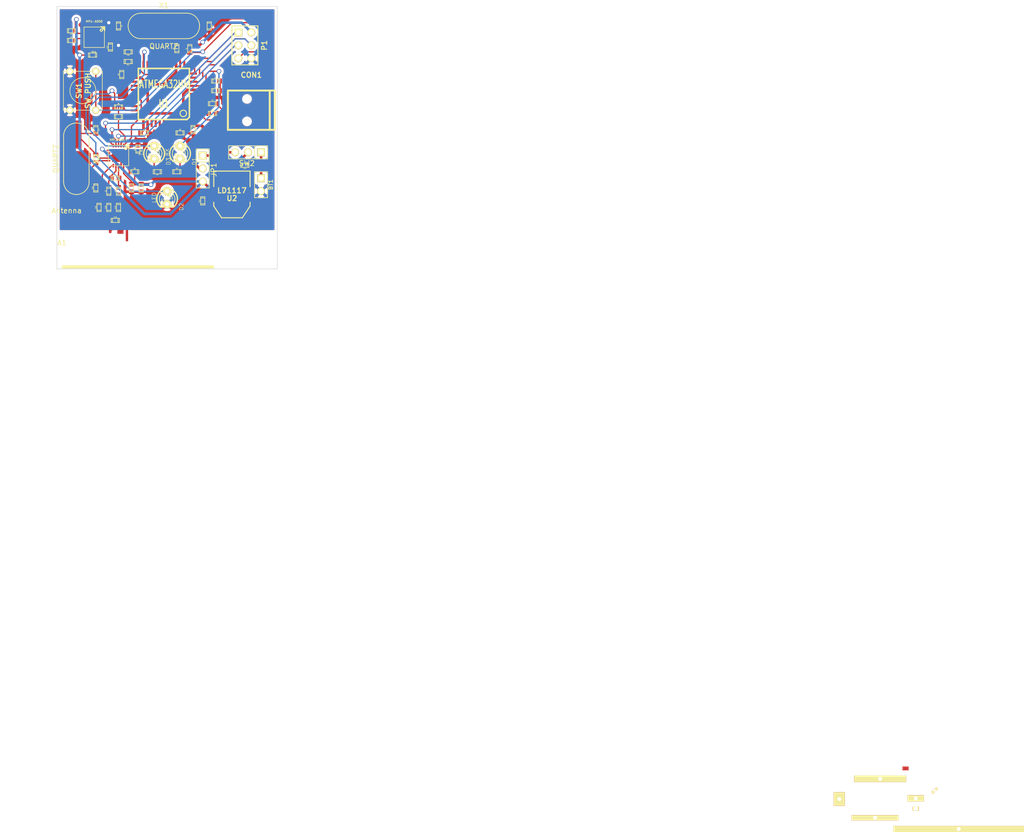
<source format=kicad_pcb>
(kicad_pcb (version 3) (host pcbnew "(2013-02-14 BZR 3950)-testing")
  (layers (15 F.Cu signal) (0 B.Cu signal) (18 B.Paste user) (19 F.Paste user) (20 B.SilkS user) (21 F.SilkS user) (22 B.Mask user) (23 F.Mask user) (28 Edge.Cuts user))
  (net 0 "")
  (net 1 +5V)
  (net 2 "/ICSP Header/MISO")
  (net 3 "/ICSP Header/MOSI")
  (net 4 "/ICSP Header/SCK")
  (net 5 /MPU/SCL)
  (net 6 /MPU/SDA)
  (net 7 /Radio/CE)
  (net 8 /Radio/CSN)
  (net 9 3V3)
  (net 10 ANTENNA)
  (net 11 GND)
  (net 12 N-0000012)
  (net 13 N-0000013)
  (net 14 N-0000014)
  (net 15 N-0000019)
  (net 16 N-0000023)
  (net 17 N-0000027)
  (net 18 N-0000029)
  (net 19 N-0000036)
  (net 20 N-0000044)
  (net 21 N-0000047)
  (net 22 N-0000048)
  (net 23 N-0000049)
  (net 24 N-000005)
  (net 25 N-0000050)
  (net 26 N-0000051)
  (net 27 N-0000052)
  (net 28 N-0000053)
  (net 29 N-0000054)
  (net 30 N-0000056)
  (net 31 N-0000057)
  (net 32 N-0000058)
  (net 33 N-0000059)
  (net 34 N-000006)
  (net 35 N-0000062)
  (net 36 N-000007)
  (net 37 N-000008)
  (net 38 N-000009)
  (net 39 RESET)
  (net 40 VCC)
  (module Antenna (layer F.Cu) (at 159.385 104.775 180)
    (fp_text reference A1 (at 12.99972 -2.49936 180) (layer F.SilkS) (effects (font (size 1.00076 1.00076) (thickness 0.14986))))
    (fp_text value Antenna (at 12.065 3.81 180) (layer F.SilkS) (effects (font (size 1.00076 1.00076) (thickness 0.14986))))
    (pad "" np_thru_hole rect (at -154.32532 -111.34598) (size 3.2004 1.20904) (drill 0.762) (layers *.Mask F.Cu F.SilkS))
    (pad "" np_thru_hole rect (at -154.32532 -113.35512) (size 1.19888 0.8001) (drill 0.762) (layers *.Mask F.Cu F.SilkS))
    (pad "" np_thru_hole rect (at -162.74542 -117.36578) (size 25.58034 1.20904) (drill 0.762) (layers *.Mask F.Cu F.SilkS))
    (pad "" np_thru_hole rect (at -146.34464 -115.15598) (size 9.17956 1.00076) (drill 0.762) (layers *.Mask F.Cu F.SilkS))
    (pad "" np_thru_hole rect (at -139.3444 -111.48568) (size 2.17932 2.66954) (drill 0.762) (layers *.Mask F.Cu F.SilkS))
    (pad "" np_thru_hole rect (at -147.3454 -107.52582) (size 10.18032 1.29032) (drill 0.762) (layers *.Mask F.Cu F.SilkS))
    (pad 2 smd rect (at 1.52908 -0.36068) (size 1.19888 0.73914) (layers F.Cu F.Paste F.Mask) (net 11 GND))
    (pad 2 smd rect (at -152.3238 -105.49382) (size 1.19888 0.73914) (layers F.Cu F.Paste F.Mask) (net 11 GND))
    (pad "" np_thru_hole rect (at -158.03118 -109.82452 315) (size 0.45974 1.39954) (drill 0.762) (layers *.Mask F.Cu F.SilkS))
    (pad 1 smd rect (at 0.24892 -1.08966) (size 0.45974 2.19964) (layers F.Cu F.Paste F.Mask) (net 10 ANTENNA))
  )
  (module USB_MINI_B (layer F.Cu) (at 183.515 81.28 180)
    (fp_text reference CON1 (at 0 6.90118 180) (layer F.SilkS) (effects (font (size 1.016 1.016) (thickness 0.2032))))
    (fp_text value USB-MINI-B hide)
    (pad 1 smd rect (at 3.44932 -1.6002 180) (size 2.30124 0.50038) (layers F.Cu F.Paste F.Mask) (net 1 +5V))
    (pad 2 smd rect (at 3.44932 -0.8001 180) (size 2.30124 0.50038) (layers F.Cu F.Paste F.Mask) (net 23 N-0000049))
    (pad 3 smd rect (at 3.44932 0 180) (size 2.30124 0.50038) (layers F.Cu F.Paste F.Mask) (net 17 N-0000027))
    (pad 4 smd rect (at 3.44932 0.8001 180) (size 2.30124 0.50038) (layers F.Cu F.Paste F.Mask))
    (pad 5 smd rect (at 3.44932 1.6002 180) (size 2.30124 0.50038) (layers F.Cu F.Paste F.Mask) (net 11 GND))
    (pad 6 smd rect (at 3.35026 -4.45008 180) (size 2.49936 1.99898) (layers F.Cu F.Paste F.Mask) (net 11 GND))
    (pad 7 smd rect (at -2.14884 -4.45008 180) (size 2.49936 1.99898) (layers F.Cu F.Paste F.Mask) (net 11 GND))
    (pad 8 smd rect (at 3.35026 4.45008 180) (size 2.49936 1.99898) (layers F.Cu F.Paste F.Mask) (net 11 GND))
    (pad 9 smd rect (at -2.14884 4.45008 180) (size 2.49936 1.99898) (layers F.Cu F.Paste F.Mask) (net 11 GND))
    (pad "" np_thru_hole circle (at 0.8509 -2.19964 180) (size 0.89916 0.89916) (drill 0.89916) (layers *.Cu *.Mask F.SilkS))
    (pad "" np_thru_hole circle (at 0.8509 2.19964 180) (size 0.89916 0.89916) (drill 0.89916) (layers *.Cu *.Mask F.SilkS))
  )
  (module TQFP44 (layer F.Cu) (at 166.37 78.105 180)
    (fp_text reference U1 (at 0 -1.905 180) (layer F.SilkS) (effects (font (size 1.524 1.016) (thickness 0.2032))))
    (fp_text value ATMEGA32U4 (at 0 1.905 180) (layer F.SilkS) (effects (font (size 1.524 1.016) (thickness 0.2032))))
    (pad 39 smd rect (at 0 -5.715 180) (size 0.4064 1.524) (layers F.Cu F.Paste F.Mask))
    (pad 40 smd rect (at -0.8001 -5.715 180) (size 0.4064 1.524) (layers F.Cu F.Paste F.Mask))
    (pad 41 smd rect (at -1.6002 -5.715 180) (size 0.4064 1.524) (layers F.Cu F.Paste F.Mask))
    (pad 42 smd rect (at -2.4003 -5.715 180) (size 0.4064 1.524) (layers F.Cu F.Paste F.Mask) (net 18 N-0000029))
    (pad 43 smd rect (at -3.2004 -5.715 180) (size 0.4064 1.524) (layers F.Cu F.Paste F.Mask) (net 11 GND))
    (pad 44 smd rect (at -4.0005 -5.715 180) (size 0.4064 1.524) (layers F.Cu F.Paste F.Mask) (net 40 VCC))
    (pad 38 smd rect (at 0.8001 -5.715 180) (size 0.4064 1.524) (layers F.Cu F.Paste F.Mask))
    (pad 37 smd rect (at 1.6002 -5.715 180) (size 0.4064 1.524) (layers F.Cu F.Paste F.Mask))
    (pad 36 smd rect (at 2.4003 -5.715 180) (size 0.4064 1.524) (layers F.Cu F.Paste F.Mask))
    (pad 35 smd rect (at 3.2004 -5.715 180) (size 0.4064 1.524) (layers F.Cu F.Paste F.Mask) (net 11 GND))
    (pad 34 smd rect (at 4.0005 -5.715 180) (size 0.4064 1.524) (layers F.Cu F.Paste F.Mask) (net 40 VCC))
    (pad 17 smd rect (at 0 5.715 180) (size 0.4064 1.524) (layers F.Cu F.Paste F.Mask) (net 16 N-0000023))
    (pad 16 smd rect (at -0.8001 5.715 180) (size 0.4064 1.524) (layers F.Cu F.Paste F.Mask) (net 20 N-0000044))
    (pad 15 smd rect (at -1.6002 5.715 180) (size 0.4064 1.524) (layers F.Cu F.Paste F.Mask) (net 11 GND))
    (pad 14 smd rect (at -2.4003 5.715 180) (size 0.4064 1.524) (layers F.Cu F.Paste F.Mask) (net 40 VCC))
    (pad 13 smd rect (at -3.2004 5.715 180) (size 0.4064 1.524) (layers F.Cu F.Paste F.Mask) (net 39 RESET))
    (pad 12 smd rect (at -4.0005 5.715 180) (size 0.4064 1.524) (layers F.Cu F.Paste F.Mask))
    (pad 18 smd rect (at 0.8001 5.715 180) (size 0.4064 1.524) (layers F.Cu F.Paste F.Mask) (net 5 /MPU/SCL))
    (pad 19 smd rect (at 1.6002 5.715 180) (size 0.4064 1.524) (layers F.Cu F.Paste F.Mask) (net 6 /MPU/SDA))
    (pad 20 smd rect (at 2.4003 5.715 180) (size 0.4064 1.524) (layers F.Cu F.Paste F.Mask))
    (pad 21 smd rect (at 3.2004 5.715 180) (size 0.4064 1.524) (layers F.Cu F.Paste F.Mask))
    (pad 22 smd rect (at 4.0005 5.715 180) (size 0.4064 1.524) (layers F.Cu F.Paste F.Mask) (net 24 N-000005))
    (pad 6 smd rect (at -5.715 0 180) (size 1.524 0.4064) (layers F.Cu F.Paste F.Mask) (net 19 N-0000036))
    (pad 28 smd rect (at 5.715 0 180) (size 1.524 0.4064) (layers F.Cu F.Paste F.Mask))
    (pad 7 smd rect (at -5.715 0.8001 180) (size 1.524 0.4064) (layers F.Cu F.Paste F.Mask) (net 1 +5V))
    (pad 27 smd rect (at 5.715 0.8001 180) (size 1.524 0.4064) (layers F.Cu F.Paste F.Mask))
    (pad 26 smd rect (at 5.715 1.6002 180) (size 1.524 0.4064) (layers F.Cu F.Paste F.Mask))
    (pad 8 smd rect (at -5.715 1.6002 180) (size 1.524 0.4064) (layers F.Cu F.Paste F.Mask) (net 36 N-000007))
    (pad 9 smd rect (at -5.715 2.4003 180) (size 1.524 0.4064) (layers F.Cu F.Paste F.Mask) (net 4 "/ICSP Header/SCK"))
    (pad 25 smd rect (at 5.715 2.4003 180) (size 1.524 0.4064) (layers F.Cu F.Paste F.Mask))
    (pad 24 smd rect (at 5.715 3.2004 180) (size 1.524 0.4064) (layers F.Cu F.Paste F.Mask) (net 40 VCC))
    (pad 10 smd rect (at -5.715 3.2004 180) (size 1.524 0.4064) (layers F.Cu F.Paste F.Mask) (net 3 "/ICSP Header/MOSI"))
    (pad 11 smd rect (at -5.715 4.0005 180) (size 1.524 0.4064) (layers F.Cu F.Paste F.Mask) (net 2 "/ICSP Header/MISO"))
    (pad 23 smd rect (at 5.715 4.0005 180) (size 1.524 0.4064) (layers F.Cu F.Paste F.Mask) (net 11 GND))
    (pad 29 smd rect (at 5.715 -0.8001 180) (size 1.524 0.4064) (layers F.Cu F.Paste F.Mask) (net 7 /Radio/CE))
    (pad 5 smd rect (at -5.715 -0.8001 180) (size 1.524 0.4064) (layers F.Cu F.Paste F.Mask) (net 11 GND))
    (pad 4 smd rect (at -5.715 -1.6002 180) (size 1.524 0.4064) (layers F.Cu F.Paste F.Mask) (net 22 N-0000048))
    (pad 30 smd rect (at 5.715 -1.6002 180) (size 1.524 0.4064) (layers F.Cu F.Paste F.Mask) (net 8 /Radio/CSN))
    (pad 31 smd rect (at 5.715 -2.4003 180) (size 1.524 0.4064) (layers F.Cu F.Paste F.Mask))
    (pad 3 smd rect (at -5.715 -2.4003 180) (size 1.524 0.4064) (layers F.Cu F.Paste F.Mask) (net 21 N-0000047))
    (pad 2 smd rect (at -5.715 -3.2004 180) (size 1.524 0.4064) (layers F.Cu F.Paste F.Mask) (net 1 +5V))
    (pad 32 smd rect (at 5.715 -3.2004 180) (size 1.524 0.4064) (layers F.Cu F.Paste F.Mask) (net 38 N-000009))
    (pad 33 smd rect (at 5.715 -4.0005 180) (size 1.524 0.4064) (layers F.Cu F.Paste F.Mask) (net 12 N-0000012))
    (pad 1 smd rect (at -5.715 -4.0005 180) (size 1.524 0.4064) (layers F.Cu F.Paste F.Mask))
  )
  (module SW_PUSH_SMALL (layer F.Cu) (at 150.495 77.47 90)
    (fp_text reference SW1 (at 0 -0.762 90) (layer F.SilkS) (effects (font (size 1.016 1.016) (thickness 0.2032))))
    (fp_text value SW_PUSH (at 0 1.016 90) (layer F.SilkS) (effects (font (size 1.016 1.016) (thickness 0.2032))))
    (pad 1 thru_hole circle (at 3.81 -2.54 90) (size 1.397 1.397) (drill 0.8128) (layers *.Cu *.Mask F.SilkS) (net 11 GND))
    (pad 2 thru_hole circle (at 3.81 2.54 90) (size 1.397 1.397) (drill 0.8128) (layers *.Cu *.Mask F.SilkS) (net 39 RESET))
    (pad 1 thru_hole circle (at -3.81 -2.54 90) (size 1.397 1.397) (drill 0.8128) (layers *.Cu *.Mask F.SilkS) (net 11 GND))
    (pad 2 thru_hole circle (at -3.81 2.54 90) (size 1.397 1.397) (drill 0.8128) (layers *.Cu *.Mask F.SilkS) (net 39 RESET))
  )
  (module SOT223 (layer F.Cu) (at 179.705 97.79 180)
    (fp_text reference U2 (at 0 -0.762 180) (layer F.SilkS) (effects (font (size 1.016 1.016) (thickness 0.2032))))
    (fp_text value LD1117 (at 0 0.762 180) (layer F.SilkS) (effects (font (size 1.016 1.016) (thickness 0.2032))))
    (pad 4 smd rect (at 0 -3.302 180) (size 3.6576 2.032) (layers F.Cu F.Paste F.Mask))
    (pad 2 smd rect (at 0 3.302 180) (size 1.016 2.032) (layers F.Cu F.Paste F.Mask) (net 9 3V3))
    (pad 3 smd rect (at 2.286 3.302 180) (size 1.016 2.032) (layers F.Cu F.Paste F.Mask) (net 13 N-0000013))
    (pad 1 smd rect (at -2.286 3.302 180) (size 1.016 2.032) (layers F.Cu F.Paste F.Mask) (net 11 GND))
  )
  (module pin_array_3x2 (layer F.Cu) (at 182.245 68.58 270)
    (fp_text reference P1 (at 0 -3.81 270) (layer F.SilkS) (effects (font (size 1.016 1.016) (thickness 0.2032))))
    (fp_text value CONN_3X2 hide)
    (pad 1 thru_hole rect (at -2.54 1.27 270) (size 1.524 1.524) (drill 1.016) (layers *.Cu *.Mask F.SilkS) (net 2 "/ICSP Header/MISO"))
    (pad 2 thru_hole circle (at -2.54 -1.27 270) (size 1.524 1.524) (drill 1.016) (layers *.Cu *.Mask F.SilkS) (net 40 VCC))
    (pad 3 thru_hole circle (at 0 1.27 270) (size 1.524 1.524) (drill 1.016) (layers *.Cu *.Mask F.SilkS) (net 4 "/ICSP Header/SCK"))
    (pad 4 thru_hole circle (at 0 -1.27 270) (size 1.524 1.524) (drill 1.016) (layers *.Cu *.Mask F.SilkS) (net 3 "/ICSP Header/MOSI"))
    (pad 5 thru_hole circle (at 2.54 1.27 270) (size 1.524 1.524) (drill 1.016) (layers *.Cu *.Mask F.SilkS) (net 39 RESET))
    (pad 6 thru_hole circle (at 2.54 -1.27 270) (size 1.524 1.524) (drill 1.016) (layers *.Cu *.Mask F.SilkS) (net 11 GND))
  )
  (module PIN_ARRAY_3X1 (layer F.Cu) (at 182.88 89.535 180)
    (fp_text reference SW2 (at 0.254 -2.159 180) (layer F.SilkS) (effects (font (size 1.016 1.016) (thickness 0.1524))))
    (fp_text value "Power Select" hide)
    (pad 1 thru_hole rect (at -2.54 0 180) (size 1.524 1.524) (drill 1.016) (layers *.Cu *.Mask F.SilkS) (net 15 N-0000019))
    (pad 2 thru_hole circle (at 0 0 180) (size 1.524 1.524) (drill 1.016) (layers *.Cu *.Mask F.SilkS) (net 13 N-0000013))
    (pad 3 thru_hole circle (at 2.54 0 180) (size 1.524 1.524) (drill 1.016) (layers *.Cu *.Mask F.SilkS) (net 1 +5V))
  )
  (module PIN_ARRAY_3X1 (layer F.Cu) (at 173.99 92.71 270)
    (fp_text reference JP1 (at 0.254 -2.159 270) (layer F.SilkS) (effects (font (size 1.016 1.016) (thickness 0.1524))))
    (fp_text value "Vcc Select" hide)
    (pad 1 thru_hole rect (at -2.54 0 270) (size 1.524 1.524) (drill 1.016) (layers *.Cu *.Mask F.SilkS) (net 1 +5V))
    (pad 2 thru_hole circle (at 0 0 270) (size 1.524 1.524) (drill 1.016) (layers *.Cu *.Mask F.SilkS) (net 40 VCC))
    (pad 3 thru_hole circle (at 2.54 0 270) (size 1.524 1.524) (drill 1.016) (layers *.Cu *.Mask F.SilkS) (net 9 3V3))
  )
  (module PIN_ARRAY_2X1 (layer F.Cu) (at 185.42 95.885 270)
    (fp_text reference BT1 (at 0 -1.905 270) (layer F.SilkS) (effects (font (size 0.762 0.762) (thickness 0.1524))))
    (fp_text value BATTERY hide)
    (pad 1 thru_hole rect (at -1.27 0 270) (size 1.524 1.524) (drill 1.016) (layers *.Cu *.Mask F.SilkS) (net 15 N-0000019))
    (pad 2 thru_hole circle (at 1.27 0 270) (size 1.524 1.524) (drill 1.016) (layers *.Cu *.Mask F.SilkS) (net 11 GND))
  )
  (module LED-3MM (layer F.Cu) (at 164.465 89.535 270)
    (fp_text reference D3 (at 1.778 -2.794 270) (layer F.SilkS) (effects (font (size 0.762 0.762) (thickness 0.0889))))
    (fp_text value TX (at 0 2.54 270) (layer F.SilkS) (effects (font (size 0.762 0.762) (thickness 0.0889))))
    (pad 1 thru_hole circle (at -1.27 0 270) (size 1.6764 1.6764) (drill 0.8128) (layers *.Cu *.Mask F.SilkS) (net 24 N-000005))
    (pad 2 thru_hole circle (at 1.27 0 270) (size 1.6764 1.6764) (drill 0.8128) (layers *.Cu *.Mask F.SilkS) (net 14 N-0000014))
  )
  (module LED-3MM (layer F.Cu) (at 167.005 98.425 270)
    (fp_text reference D2 (at 1.778 -2.794 270) (layer F.SilkS) (effects (font (size 0.762 0.762) (thickness 0.0889))))
    (fp_text value LED (at 0 2.54 270) (layer F.SilkS) (effects (font (size 0.762 0.762) (thickness 0.0889))))
    (pad 1 thru_hole circle (at -1.27 0 270) (size 1.6764 1.6764) (drill 0.8128) (layers *.Cu *.Mask F.SilkS) (net 37 N-000008))
    (pad 2 thru_hole circle (at 1.27 0 270) (size 1.6764 1.6764) (drill 0.8128) (layers *.Cu *.Mask F.SilkS) (net 11 GND))
  )
  (module LED-3MM (layer F.Cu) (at 169.545 89.535 270)
    (fp_text reference D1 (at 1.778 -2.794 270) (layer F.SilkS) (effects (font (size 0.762 0.762) (thickness 0.0889))))
    (fp_text value RX (at 0 2.54 270) (layer F.SilkS) (effects (font (size 0.762 0.762) (thickness 0.0889))))
    (pad 1 thru_hole circle (at -1.27 0 270) (size 1.6764 1.6764) (drill 0.8128) (layers *.Cu *.Mask F.SilkS) (net 36 N-000007))
    (pad 2 thru_hole circle (at 1.27 0 270) (size 1.6764 1.6764) (drill 0.8128) (layers *.Cu *.Mask F.SilkS) (net 34 N-000006))
  )
  (module c_0603 (layer F.Cu) (at 155.8925 68.8975 90)
    (fp_text reference C24 (at 0 -0.635 90) (layer F.SilkS) (effects (font (size 0.20066 0.20066) (thickness 0.04064))))
    (fp_text value 2.2nF hide)
    (pad 1 smd rect (at 0.75184 0 90) (size 0.89916 1.00076) (layers F.Cu F.Paste F.Mask) (net 33 N-0000059))
    (pad 2 smd rect (at -0.75184 0 90) (size 0.89916 1.00076) (layers F.Cu F.Paste F.Mask) (net 11 GND))
  )
  (module c_0603 (layer F.Cu) (at 152.4 70.485)
    (fp_text reference C21 (at 0 -0.635) (layer F.SilkS) (effects (font (size 0.20066 0.20066) (thickness 0.04064))))
    (fp_text value 0.1uF hide)
    (pad 1 smd rect (at 0.75184 0) (size 0.89916 1.00076) (layers F.Cu F.Paste F.Mask) (net 11 GND))
    (pad 2 smd rect (at -0.75184 0) (size 0.89916 1.00076) (layers F.Cu F.Paste F.Mask) (net 9 3V3))
  )
  (module c_0603 (layer F.Cu) (at 160.655 93.345)
    (fp_text reference R8 (at 0 -0.635) (layer F.SilkS) (effects (font (size 0.20066 0.20066) (thickness 0.04064))))
    (fp_text value 22K hide)
    (pad 1 smd rect (at 0.75184 0) (size 0.89916 1.00076) (layers F.Cu F.Paste F.Mask) (net 11 GND))
    (pad 2 smd rect (at -0.75184 0) (size 0.89916 1.00076) (layers F.Cu F.Paste F.Mask) (net 28 N-0000053))
  )
  (module c_0603 (layer F.Cu) (at 161.925 96.52 90)
    (fp_text reference C14 (at 0 -0.635 90) (layer F.SilkS) (effects (font (size 0.20066 0.20066) (thickness 0.04064))))
    (fp_text value 1nF hide)
    (pad 1 smd rect (at 0.75184 0 90) (size 0.89916 1.00076) (layers F.Cu F.Paste F.Mask) (net 9 3V3))
    (pad 2 smd rect (at -0.75184 0 90) (size 0.89916 1.00076) (layers F.Cu F.Paste F.Mask) (net 11 GND))
  )
  (module c_0603 (layer F.Cu) (at 153.035 90.805 270)
    (fp_text reference R9 (at 0 -0.635 270) (layer F.SilkS) (effects (font (size 0.20066 0.20066) (thickness 0.04064))))
    (fp_text value 1M hide)
    (pad 1 smd rect (at 0.75184 0 270) (size 0.89916 1.00076) (layers F.Cu F.Paste F.Mask) (net 25 N-0000050))
    (pad 2 smd rect (at -0.75184 0 270) (size 0.89916 1.00076) (layers F.Cu F.Paste F.Mask) (net 30 N-0000056))
  )
  (module c_0603 (layer F.Cu) (at 153.035 96.52 90)
    (fp_text reference C16 (at 0 -0.635 90) (layer F.SilkS) (effects (font (size 0.20066 0.20066) (thickness 0.04064))))
    (fp_text value 22pF hide)
    (pad 1 smd rect (at 0.75184 0 90) (size 0.89916 1.00076) (layers F.Cu F.Paste F.Mask) (net 25 N-0000050))
    (pad 2 smd rect (at -0.75184 0 90) (size 0.89916 1.00076) (layers F.Cu F.Paste F.Mask) (net 11 GND))
  )
  (module c_0603 (layer F.Cu) (at 153.035 85.09 270)
    (fp_text reference C17 (at 0 -0.635 270) (layer F.SilkS) (effects (font (size 0.20066 0.20066) (thickness 0.04064))))
    (fp_text value 22pF hide)
    (pad 1 smd rect (at 0.75184 0 270) (size 0.89916 1.00076) (layers F.Cu F.Paste F.Mask) (net 30 N-0000056))
    (pad 2 smd rect (at -0.75184 0 270) (size 0.89916 1.00076) (layers F.Cu F.Paste F.Mask) (net 11 GND))
  )
  (module c_0603 (layer F.Cu) (at 156.845 94.615)
    (fp_text reference L1 (at 0 -0.635) (layer F.SilkS) (effects (font (size 0.20066 0.20066) (thickness 0.04064))))
    (fp_text value 8.2nH hide)
    (pad 1 smd rect (at 0.75184 0) (size 0.89916 1.00076) (layers F.Cu F.Paste F.Mask) (net 31 N-0000057))
    (pad 2 smd rect (at -0.75184 0) (size 0.89916 1.00076) (layers F.Cu F.Paste F.Mask) (net 29 N-0000054))
  )
  (module c_0603 (layer F.Cu) (at 157.48 97.155 90)
    (fp_text reference L2 (at 0 -0.635 90) (layer F.SilkS) (effects (font (size 0.20066 0.20066) (thickness 0.04064))))
    (fp_text value 3.9nH hide)
    (pad 1 smd rect (at 0.75184 0 90) (size 0.89916 1.00076) (layers F.Cu F.Paste F.Mask) (net 31 N-0000057))
    (pad 2 smd rect (at -0.75184 0 90) (size 0.89916 1.00076) (layers F.Cu F.Paste F.Mask) (net 27 N-0000052))
  )
  (module c_0603 (layer F.Cu) (at 148.2725 67.6275)
    (fp_text reference C23 (at 0 -0.635) (layer F.SilkS) (effects (font (size 0.20066 0.20066) (thickness 0.04064))))
    (fp_text value 0.1uF hide)
    (pad 1 smd rect (at 0.75184 0) (size 0.89916 1.00076) (layers F.Cu F.Paste F.Mask) (net 35 N-0000062))
    (pad 2 smd rect (at -0.75184 0) (size 0.89916 1.00076) (layers F.Cu F.Paste F.Mask) (net 11 GND))
  )
  (module c_0603 (layer F.Cu) (at 155.575 97.155 90)
    (fp_text reference L3 (at 0 -0.635 90) (layer F.SilkS) (effects (font (size 0.20066 0.20066) (thickness 0.04064))))
    (fp_text value 2.7nH hide)
    (pad 1 smd rect (at 0.75184 0 90) (size 0.89916 1.00076) (layers F.Cu F.Paste F.Mask) (net 29 N-0000054))
    (pad 2 smd rect (at -0.75184 0 90) (size 0.89916 1.00076) (layers F.Cu F.Paste F.Mask) (net 32 N-0000058))
  )
  (module c_0603 (layer F.Cu) (at 148.2725 65.7225 180)
    (fp_text reference C22 (at 0 -0.635 180) (layer F.SilkS) (effects (font (size 0.20066 0.20066) (thickness 0.04064))))
    (fp_text value 10nF hide)
    (pad 1 smd rect (at 0.75184 0 180) (size 0.89916 1.00076) (layers F.Cu F.Paste F.Mask) (net 11 GND))
    (pad 2 smd rect (at -0.75184 0 180) (size 0.89916 1.00076) (layers F.Cu F.Paste F.Mask) (net 9 3V3))
  )
  (module c_0603 (layer F.Cu) (at 153.67 100.33 90)
    (fp_text reference C20 (at 0 -0.635 90) (layer F.SilkS) (effects (font (size 0.20066 0.20066) (thickness 0.04064))))
    (fp_text value 2.2nF hide)
    (pad 1 smd rect (at 0.75184 0 90) (size 0.89916 1.00076) (layers F.Cu F.Paste F.Mask) (net 32 N-0000058))
    (pad 2 smd rect (at -0.75184 0 90) (size 0.89916 1.00076) (layers F.Cu F.Paste F.Mask) (net 11 GND))
  )
  (module c_0603 (layer F.Cu) (at 155.575 100.33 90)
    (fp_text reference C18 (at 0 -0.635 90) (layer F.SilkS) (effects (font (size 0.20066 0.20066) (thickness 0.04064))))
    (fp_text value 4.7pF hide)
    (pad 1 smd rect (at 0.75184 0 90) (size 0.89916 1.00076) (layers F.Cu F.Paste F.Mask) (net 32 N-0000058))
    (pad 2 smd rect (at -0.75184 0 90) (size 0.89916 1.00076) (layers F.Cu F.Paste F.Mask) (net 11 GND))
  )
  (module c_0603 (layer F.Cu) (at 157.48 100.33 90)
    (fp_text reference C15 (at 0 -0.635 90) (layer F.SilkS) (effects (font (size 0.20066 0.20066) (thickness 0.04064))))
    (fp_text value 1.5pF hide)
    (pad 1 smd rect (at 0.75184 0 90) (size 0.89916 1.00076) (layers F.Cu F.Paste F.Mask) (net 27 N-0000052))
    (pad 2 smd rect (at -0.75184 0 90) (size 0.89916 1.00076) (layers F.Cu F.Paste F.Mask) (net 10 ANTENNA))
  )
  (module c_0603 (layer F.Cu) (at 156.845 102.87)
    (fp_text reference C19 (at 0 -0.635) (layer F.SilkS) (effects (font (size 0.20066 0.20066) (thickness 0.04064))))
    (fp_text value 1pF hide)
    (pad 1 smd rect (at 0.75184 0) (size 0.89916 1.00076) (layers F.Cu F.Paste F.Mask) (net 10 ANTENNA))
    (pad 2 smd rect (at -0.75184 0) (size 0.89916 1.00076) (layers F.Cu F.Paste F.Mask) (net 11 GND))
  )
  (module c_0603 (layer F.Cu) (at 161.29 88.9 90)
    (fp_text reference C12 (at 0 -0.635 90) (layer F.SilkS) (effects (font (size 0.20066 0.20066) (thickness 0.04064))))
    (fp_text value 33nF hide)
    (pad 1 smd rect (at 0.75184 0 90) (size 0.89916 1.00076) (layers F.Cu F.Paste F.Mask) (net 11 GND))
    (pad 2 smd rect (at -0.75184 0 90) (size 0.89916 1.00076) (layers F.Cu F.Paste F.Mask) (net 26 N-0000051))
  )
  (module c_0603 (layer F.Cu) (at 157.48 64.77 270)
    (fp_text reference C2 (at 0 -0.635 270) (layer F.SilkS) (effects (font (size 0.20066 0.20066) (thickness 0.04064))))
    (fp_text value 18pF hide)
    (pad 1 smd rect (at 0.75184 0 270) (size 0.89916 1.00076) (layers F.Cu F.Paste F.Mask) (net 11 GND))
    (pad 2 smd rect (at -0.75184 0 270) (size 0.89916 1.00076) (layers F.Cu F.Paste F.Mask) (net 16 N-0000023))
  )
  (module c_0603 (layer F.Cu) (at 168.91 69.215 90)
    (fp_text reference C5 (at 0 -0.635 90) (layer F.SilkS) (effects (font (size 0.20066 0.20066) (thickness 0.04064))))
    (fp_text value 0.1uF hide)
    (pad 1 smd rect (at 0.75184 0 90) (size 0.89916 1.00076) (layers F.Cu F.Paste F.Mask) (net 11 GND))
    (pad 2 smd rect (at -0.75184 0 90) (size 0.89916 1.00076) (layers F.Cu F.Paste F.Mask) (net 40 VCC))
  )
  (module c_0603 (layer F.Cu) (at 158.115 74.295 90)
    (fp_text reference C6 (at 0 -0.635 90) (layer F.SilkS) (effects (font (size 0.20066 0.20066) (thickness 0.04064))))
    (fp_text value 0.1uF hide)
    (pad 1 smd rect (at 0.75184 0 90) (size 0.89916 1.00076) (layers F.Cu F.Paste F.Mask) (net 11 GND))
    (pad 2 smd rect (at -0.75184 0 90) (size 0.89916 1.00076) (layers F.Cu F.Paste F.Mask) (net 40 VCC))
  )
  (module c_0603 (layer F.Cu) (at 162.56 85.725)
    (fp_text reference C7 (at 0 -0.635) (layer F.SilkS) (effects (font (size 0.20066 0.20066) (thickness 0.04064))))
    (fp_text value 0.1uF hide)
    (pad 1 smd rect (at 0.75184 0) (size 0.89916 1.00076) (layers F.Cu F.Paste F.Mask) (net 11 GND))
    (pad 2 smd rect (at -0.75184 0) (size 0.89916 1.00076) (layers F.Cu F.Paste F.Mask) (net 40 VCC))
  )
  (module c_0603 (layer F.Cu) (at 169.545 85.725)
    (fp_text reference C8 (at 0 -0.635) (layer F.SilkS) (effects (font (size 0.20066 0.20066) (thickness 0.04064))))
    (fp_text value 0.1uF hide)
    (pad 1 smd rect (at 0.75184 0) (size 0.89916 1.00076) (layers F.Cu F.Paste F.Mask) (net 11 GND))
    (pad 2 smd rect (at -0.75184 0) (size 0.89916 1.00076) (layers F.Cu F.Paste F.Mask) (net 18 N-0000029))
  )
  (module c_0603 (layer F.Cu) (at 172.085 85.09 270)
    (fp_text reference C9 (at 0 -0.635 270) (layer F.SilkS) (effects (font (size 0.20066 0.20066) (thickness 0.04064))))
    (fp_text value 0.1uF hide)
    (pad 1 smd rect (at 0.75184 0 270) (size 0.89916 1.00076) (layers F.Cu F.Paste F.Mask) (net 11 GND))
    (pad 2 smd rect (at -0.75184 0 270) (size 0.89916 1.00076) (layers F.Cu F.Paste F.Mask) (net 40 VCC))
  )
  (module c_0603 (layer F.Cu) (at 176.53 75.565)
    (fp_text reference C4 (at 0 -0.635) (layer F.SilkS) (effects (font (size 0.20066 0.20066) (thickness 0.04064))))
    (fp_text value 1uF hide)
    (pad 1 smd rect (at 0.75184 0) (size 0.89916 1.00076) (layers F.Cu F.Paste F.Mask) (net 11 GND))
    (pad 2 smd rect (at -0.75184 0) (size 0.89916 1.00076) (layers F.Cu F.Paste F.Mask) (net 1 +5V))
  )
  (module c_0603 (layer F.Cu) (at 176.53 77.47)
    (fp_text reference C3 (at 0 -0.635) (layer F.SilkS) (effects (font (size 0.20066 0.20066) (thickness 0.04064))))
    (fp_text value 1uF hide)
    (pad 1 smd rect (at 0.75184 0) (size 0.89916 1.00076) (layers F.Cu F.Paste F.Mask) (net 11 GND))
    (pad 2 smd rect (at -0.75184 0) (size 0.89916 1.00076) (layers F.Cu F.Paste F.Mask) (net 19 N-0000036))
  )
  (module c_0603 (layer F.Cu) (at 175.895 80.01)
    (fp_text reference R2 (at 0 -0.635) (layer F.SilkS) (effects (font (size 0.20066 0.20066) (thickness 0.04064))))
    (fp_text value 22 hide)
    (pad 1 smd rect (at 0.75184 0) (size 0.89916 1.00076) (layers F.Cu F.Paste F.Mask) (net 17 N-0000027))
    (pad 2 smd rect (at -0.75184 0) (size 0.89916 1.00076) (layers F.Cu F.Paste F.Mask) (net 22 N-0000048))
  )
  (module c_0603 (layer F.Cu) (at 175.895 81.915)
    (fp_text reference R3 (at 0 -0.635) (layer F.SilkS) (effects (font (size 0.20066 0.20066) (thickness 0.04064))))
    (fp_text value 22 hide)
    (pad 1 smd rect (at 0.75184 0) (size 0.89916 1.00076) (layers F.Cu F.Paste F.Mask) (net 23 N-0000049))
    (pad 2 smd rect (at -0.75184 0) (size 0.89916 1.00076) (layers F.Cu F.Paste F.Mask) (net 21 N-0000047))
  )
  (module c_0603 (layer F.Cu) (at 160.02 96.52 90)
    (fp_text reference C13 (at 0 -0.635 90) (layer F.SilkS) (effects (font (size 0.20066 0.20066) (thickness 0.04064))))
    (fp_text value 10nF hide)
    (pad 1 smd rect (at 0.75184 0 90) (size 0.89916 1.00076) (layers F.Cu F.Paste F.Mask) (net 9 3V3))
    (pad 2 smd rect (at -0.75184 0 90) (size 0.89916 1.00076) (layers F.Cu F.Paste F.Mask) (net 11 GND))
  )
  (module c_0603 (layer F.Cu) (at 175.26 64.77 270)
    (fp_text reference C1 (at 0 -0.635 270) (layer F.SilkS) (effects (font (size 0.20066 0.20066) (thickness 0.04064))))
    (fp_text value 18pF hide)
    (pad 1 smd rect (at 0.75184 0 270) (size 0.89916 1.00076) (layers F.Cu F.Paste F.Mask) (net 11 GND))
    (pad 2 smd rect (at -0.75184 0 270) (size 0.89916 1.00076) (layers F.Cu F.Paste F.Mask) (net 20 N-0000044))
  )
  (module c_0603 (layer F.Cu) (at 157.48 82.55 180)
    (fp_text reference R4 (at 0 -0.635 180) (layer F.SilkS) (effects (font (size 0.20066 0.20066) (thickness 0.04064))))
    (fp_text value 3K9 hide)
    (pad 1 smd rect (at 0.75184 0 180) (size 0.89916 1.00076) (layers F.Cu F.Paste F.Mask) (net 11 GND))
    (pad 2 smd rect (at -0.75184 0 180) (size 0.89916 1.00076) (layers F.Cu F.Paste F.Mask) (net 12 N-0000012))
  )
  (module c_0603 (layer F.Cu) (at 171.45 69.215 90)
    (fp_text reference R1 (at 0 -0.635 90) (layer F.SilkS) (effects (font (size 0.20066 0.20066) (thickness 0.04064))))
    (fp_text value 10K hide)
    (pad 1 smd rect (at 0.75184 0 90) (size 0.89916 1.00076) (layers F.Cu F.Paste F.Mask) (net 40 VCC))
    (pad 2 smd rect (at -0.75184 0 90) (size 0.89916 1.00076) (layers F.Cu F.Paste F.Mask) (net 39 RESET))
  )
  (module c_0603 (layer F.Cu) (at 182.245 92.075 180)
    (fp_text reference C10 (at 0 -0.635 180) (layer F.SilkS) (effects (font (size 0.20066 0.20066) (thickness 0.04064))))
    (fp_text value 100nF hide)
    (pad 1 smd rect (at 0.75184 0 180) (size 0.89916 1.00076) (layers F.Cu F.Paste F.Mask) (net 13 N-0000013))
    (pad 2 smd rect (at -0.75184 0 180) (size 0.89916 1.00076) (layers F.Cu F.Paste F.Mask) (net 11 GND))
  )
  (module c_0603 (layer F.Cu) (at 173.99 99.06 90)
    (fp_text reference C11 (at 0 -0.635 90) (layer F.SilkS) (effects (font (size 0.20066 0.20066) (thickness 0.04064))))
    (fp_text value 10uF hide)
    (pad 1 smd rect (at 0.75184 0 90) (size 0.89916 1.00076) (layers F.Cu F.Paste F.Mask) (net 9 3V3))
    (pad 2 smd rect (at -0.75184 0 90) (size 0.89916 1.00076) (layers F.Cu F.Paste F.Mask) (net 11 GND))
  )
  (module c_0603 (layer F.Cu) (at 157.48 80.645)
    (fp_text reference R6 (at 0 -0.635) (layer F.SilkS) (effects (font (size 0.20066 0.20066) (thickness 0.04064))))
    (fp_text value 680 hide)
    (pad 1 smd rect (at 0.75184 0) (size 0.89916 1.00076) (layers F.Cu F.Paste F.Mask) (net 38 N-000009))
    (pad 2 smd rect (at -0.75184 0) (size 0.89916 1.00076) (layers F.Cu F.Paste F.Mask) (net 37 N-000008))
  )
  (module c_0603 (layer F.Cu) (at 168.91 93.345)
    (fp_text reference R5 (at 0 -0.635) (layer F.SilkS) (effects (font (size 0.20066 0.20066) (thickness 0.04064))))
    (fp_text value 680 hide)
    (pad 1 smd rect (at 0.75184 0) (size 0.89916 1.00076) (layers F.Cu F.Paste F.Mask) (net 34 N-000006))
    (pad 2 smd rect (at -0.75184 0) (size 0.89916 1.00076) (layers F.Cu F.Paste F.Mask) (net 11 GND))
  )
  (module c_0603 (layer F.Cu) (at 165.1 93.345 180)
    (fp_text reference R7 (at 0 -0.635 180) (layer F.SilkS) (effects (font (size 0.20066 0.20066) (thickness 0.04064))))
    (fp_text value 680 hide)
    (pad 1 smd rect (at 0.75184 0 180) (size 0.89916 1.00076) (layers F.Cu F.Paste F.Mask) (net 14 N-0000014))
    (pad 2 smd rect (at -0.75184 0 180) (size 0.89916 1.00076) (layers F.Cu F.Paste F.Mask) (net 11 GND))
  )
  (module c_0603 (layer F.Cu) (at 159.385 69.85 180)
    (fp_text reference R10 (at 0 -0.635 180) (layer F.SilkS) (effects (font (size 0.20066 0.20066) (thickness 0.04064))))
    (fp_text value R hide)
    (pad 1 smd rect (at 0.75184 0 180) (size 0.89916 1.00076) (layers F.Cu F.Paste F.Mask) (net 9 3V3))
    (pad 2 smd rect (at -0.75184 0 180) (size 0.89916 1.00076) (layers F.Cu F.Paste F.Mask) (net 6 /MPU/SDA))
  )
  (module c_0603 (layer F.Cu) (at 159.385 71.755 180)
    (fp_text reference R11 (at 0 -0.635 180) (layer F.SilkS) (effects (font (size 0.20066 0.20066) (thickness 0.04064))))
    (fp_text value R hide)
    (pad 1 smd rect (at 0.75184 0 180) (size 0.89916 1.00076) (layers F.Cu F.Paste F.Mask) (net 9 3V3))
    (pad 2 smd rect (at -0.75184 0 180) (size 0.89916 1.00076) (layers F.Cu F.Paste F.Mask) (net 5 /MPU/SCL))
  )
  (module qfn-20 (layer F.Cu) (at 157.48 90.17 180)
    (fp_text reference U3 (at 0 -2.90068 180) (layer F.SilkS) (effects (font (size 0.39878 0.39878) (thickness 0.07874))))
    (fp_text value NRF24L01+ (at 0 3.0988 180) (layer F.SilkS) (effects (font (size 0.39878 0.39878) (thickness 0.07874))))
    (pad 1 smd rect (at -1.00076 1.96596 180) (size 0.29972 0.72898) (layers F.Cu F.Paste F.Mask) (net 7 /Radio/CE))
    (pad 2 smd rect (at -0.50038 1.96596 180) (size 0.29972 0.72898) (layers F.Cu F.Paste F.Mask) (net 8 /Radio/CSN))
    (pad 3 smd rect (at 0 1.96596 180) (size 0.29972 0.72898) (layers F.Cu F.Paste F.Mask) (net 4 "/ICSP Header/SCK"))
    (pad 4 smd rect (at 0.50038 1.96596 180) (size 0.29972 0.72898) (layers F.Cu F.Paste F.Mask) (net 3 "/ICSP Header/MOSI"))
    (pad 6 smd rect (at 1.96596 1.00076 180) (size 0.72898 0.29972) (layers F.Cu F.Paste F.Mask))
    (pad 7 smd rect (at 1.96596 0.50038 180) (size 0.72898 0.29972) (layers F.Cu F.Paste F.Mask) (net 9 3V3))
    (pad 8 smd rect (at 1.96596 0 180) (size 0.72898 0.29972) (layers F.Cu F.Paste F.Mask) (net 11 GND))
    (pad 9 smd rect (at 1.96596 -0.50038 180) (size 0.72898 0.29972) (layers F.Cu F.Paste F.Mask) (net 30 N-0000056))
    (pad 10 smd rect (at 1.96596 -1.00076 180) (size 0.72898 0.29972) (layers F.Cu F.Paste F.Mask) (net 25 N-0000050))
    (pad 21 smd rect (at 0.62484 0.62484 180) (size 1.24968 1.24968) (layers F.Cu F.Paste F.Mask))
    (pad 21 smd rect (at -0.62484 0.62484 180) (size 1.24968 1.24968) (layers F.Cu F.Paste F.Mask))
    (pad 21 smd rect (at -0.62484 -0.62484 180) (size 1.24968 1.24968) (layers F.Cu F.Paste F.Mask))
    (pad 21 smd rect (at 0.62484 -0.62484 180) (size 1.24968 1.24968) (layers F.Cu F.Paste F.Mask))
    (pad 11 smd rect (at 1.00076 -1.96596 180) (size 0.29972 0.72898) (layers F.Cu F.Paste F.Mask) (net 32 N-0000058))
    (pad 12 smd rect (at 0.50038 -1.96596 180) (size 0.29972 0.72898) (layers F.Cu F.Paste F.Mask) (net 29 N-0000054))
    (pad 13 smd rect (at 0 -1.96596 180) (size 0.29972 0.72898) (layers F.Cu F.Paste F.Mask) (net 31 N-0000057))
    (pad 14 smd rect (at -0.50038 -1.96596 180) (size 0.29972 0.72898) (layers F.Cu F.Paste F.Mask) (net 11 GND))
    (pad 15 smd rect (at -1.00076 -1.96596 180) (size 0.29972 0.72898) (layers F.Cu F.Paste F.Mask) (net 9 3V3))
    (pad 16 smd rect (at -1.96596 -1.00076 180) (size 0.72898 0.29972) (layers F.Cu F.Paste F.Mask) (net 28 N-0000053))
    (pad 17 smd rect (at -1.96596 -0.50038 180) (size 0.72898 0.29972) (layers F.Cu F.Paste F.Mask) (net 11 GND))
    (pad 18 smd rect (at -1.96596 0 180) (size 0.72898 0.29972) (layers F.Cu F.Paste F.Mask) (net 9 3V3))
    (pad 19 smd rect (at -1.96596 0.50038 180) (size 0.72898 0.29972) (layers F.Cu F.Paste F.Mask) (net 26 N-0000051))
    (pad 20 smd rect (at -1.96596 1.00076 180) (size 0.72898 0.29972) (layers F.Cu F.Paste F.Mask) (net 11 GND))
    (pad 5 smd rect (at 1.00076 1.96596 180) (size 0.29972 0.72898) (layers F.Cu F.Paste F.Mask) (net 2 "/ICSP Header/MISO"))
  )
  (module crystal (layer F.Cu) (at 166.37 64.77)
    (fp_text reference X1 (at 0 -4.0005) (layer F.SilkS) (effects (font (size 1.00076 1.00076) (thickness 0.14986))))
    (fp_text value QUARTZ (at 0 4.0005) (layer F.SilkS) (effects (font (size 1.00076 1.00076) (thickness 0.14986))))
    (pad 1 smd rect (at -4.7498 0) (size 5.4991 1.99898) (layers F.Cu F.Paste F.Mask) (net 16 N-0000023))
    (pad 2 smd rect (at 4.7498 0) (size 5.4991 1.99898) (layers F.Cu F.Paste F.Mask) (net 20 N-0000044))
  )
  (module crystal (layer F.Cu) (at 149.225 90.805 270)
    (fp_text reference X2 (at 0 -4.0005 270) (layer F.SilkS) (effects (font (size 1.00076 1.00076) (thickness 0.14986))))
    (fp_text value QUARTZ (at 0 4.0005 270) (layer F.SilkS) (effects (font (size 1.00076 1.00076) (thickness 0.14986))))
    (pad 1 smd rect (at -4.7498 0 270) (size 5.4991 1.99898) (layers F.Cu F.Paste F.Mask) (net 30 N-0000056))
    (pad 2 smd rect (at 4.7498 0 270) (size 5.4991 1.99898) (layers F.Cu F.Paste F.Mask) (net 25 N-0000050))
  )
  (module qfn-24 (layer F.Cu) (at 152.7175 66.9925 180)
    (fp_text reference U4 (at 0 -2.90068 180) (layer F.SilkS) (effects (font (size 0.39878 0.39878) (thickness 0.07874))))
    (fp_text value MPU-6050 (at 0 3.0988 180) (layer F.SilkS) (effects (font (size 0.39878 0.39878) (thickness 0.07874))))
    (pad 1 smd rect (at -1.24968 1.85928 180) (size 0.23114 0.48006) (layers F.Cu F.Paste F.Mask))
    (pad 2 smd rect (at -0.7493 1.85928 180) (size 0.23114 0.48006) (layers F.Cu F.Paste F.Mask))
    (pad 3 smd rect (at -0.24892 1.85928 180) (size 0.23114 0.48006) (layers F.Cu F.Paste F.Mask))
    (pad 4 smd rect (at 0.24892 1.85928 180) (size 0.23114 0.48006) (layers F.Cu F.Paste F.Mask))
    (pad 6 smd rect (at 1.24968 1.85928 180) (size 0.23114 0.48006) (layers F.Cu F.Paste F.Mask))
    (pad 7 smd rect (at 1.85928 1.24968 180) (size 0.48006 0.23114) (layers F.Cu F.Paste F.Mask))
    (pad 8 smd rect (at 1.85928 0.7493 180) (size 0.48006 0.23114) (layers F.Cu F.Paste F.Mask) (net 9 3V3))
    (pad 9 smd rect (at 1.85928 0.24892 180) (size 0.48006 0.23114) (layers F.Cu F.Paste F.Mask))
    (pad 10 smd rect (at 1.85928 -0.24892 180) (size 0.48006 0.23114) (layers F.Cu F.Paste F.Mask) (net 35 N-0000062))
    (pad 25 smd rect (at 0.65024 0.65024 180) (size 1.30048 1.30048) (layers F.Cu F.Paste F.Mask))
    (pad 25 smd rect (at -0.65024 0.65024 180) (size 1.30048 1.30048) (layers F.Cu F.Paste F.Mask))
    (pad 25 smd rect (at -0.65024 -0.65024 180) (size 1.30048 1.30048) (layers F.Cu F.Paste F.Mask))
    (pad 25 smd rect (at 0.65024 -0.65024 180) (size 1.30048 1.30048) (layers F.Cu F.Paste F.Mask))
    (pad 11 smd rect (at 1.85928 -0.7493 180) (size 0.48006 0.23114) (layers F.Cu F.Paste F.Mask))
    (pad 12 smd rect (at 1.85928 -1.24968 180) (size 0.48006 0.23114) (layers F.Cu F.Paste F.Mask))
    (pad 13 smd rect (at 1.24968 -1.85928 180) (size 0.23114 0.48006) (layers F.Cu F.Paste F.Mask) (net 9 3V3))
    (pad 14 smd rect (at 0.7493 -1.85928 180) (size 0.23114 0.48006) (layers F.Cu F.Paste F.Mask))
    (pad 15 smd rect (at 0.24892 -1.85928 180) (size 0.23114 0.48006) (layers F.Cu F.Paste F.Mask))
    (pad 16 smd rect (at -0.24892 -1.85928 180) (size 0.23114 0.48006) (layers F.Cu F.Paste F.Mask))
    (pad 17 smd rect (at -0.7493 -1.85928 180) (size 0.23114 0.48006) (layers F.Cu F.Paste F.Mask))
    (pad 18 smd rect (at -1.24968 -1.85928 180) (size 0.23114 0.48006) (layers F.Cu F.Paste F.Mask) (net 11 GND))
    (pad 19 smd rect (at -1.85928 -1.24968 180) (size 0.48006 0.23114) (layers F.Cu F.Paste F.Mask))
    (pad 20 smd rect (at -1.85928 -0.7493 180) (size 0.48006 0.23114) (layers F.Cu F.Paste F.Mask) (net 33 N-0000059))
    (pad 5 smd rect (at 0.7493 1.85928 180) (size 0.23114 0.48006) (layers F.Cu F.Paste F.Mask))
    (pad 21 smd rect (at -1.85928 -0.24892 180) (size 0.48006 0.23114) (layers F.Cu F.Paste F.Mask))
    (pad 22 smd rect (at -1.85928 0.24892 180) (size 0.48006 0.23114) (layers F.Cu F.Paste F.Mask))
    (pad 23 smd rect (at -1.85928 0.7493 180) (size 0.48006 0.23114) (layers F.Cu F.Paste F.Mask) (net 5 /MPU/SCL))
    (pad 24 smd rect (at -1.85928 1.24968 180) (size 0.48006 0.23114) (layers F.Cu F.Paste F.Mask) (net 6 /MPU/SDA))
  )
  (gr_line (start 188.595 112.395) (end 145.415 112.395) (angle 90) (layer Edge.Cuts) (width 0.09906))
  (gr_line (start 188.595 60.96) (end 188.595 112.395) (angle 90) (layer Edge.Cuts) (width 0.09906))
  (gr_line (start 145.415 60.96) (end 188.595 60.96) (angle 90) (layer Edge.Cuts) (width 0.09906))
  (gr_line (start 145.415 112.395) (end 145.415 60.96) (angle 90) (layer Edge.Cuts) (width 0.09906))
  (segment (start 172.085 81.3054) (end 170.8404 81.3054) (width 0.50038) (layer F.Cu) (net 1))
  (segment (start 170.8404 81.3054) (end 170.18 80.645) (width 0.50038) (layer F.Cu) (net 1))
  (segment (start 170.18 80.645) (end 170.18 78.105) (width 0.50038) (layer F.Cu) (net 1))
  (segment (start 170.18 78.105) (end 170.9801 77.3049) (width 0.50038) (layer F.Cu) (net 1))
  (segment (start 170.9801 77.3049) (end 172.085 77.3049) (width 0.50038) (layer F.Cu) (net 1))
  (segment (start 172.085 77.3049) (end 174.03826 77.3049) (width 0.50038) (layer F.Cu) (net 1))
  (segment (start 174.03826 77.3049) (end 175.77816 75.565) (width 0.50038) (layer F.Cu) (net 1))
  (segment (start 173.99 90.17) (end 177.165 90.17) (width 0.50038) (layer F.Cu) (net 1))
  (segment (start 177.165 90.17) (end 177.8 89.535) (width 0.50038) (layer F.Cu) (net 1))
  (segment (start 180.34 89.535) (end 177.8 89.535) (width 0.50038) (layer F.Cu) (net 1))
  (segment (start 180.06568 82.8802) (end 178.1048 82.8802) (width 0.50038) (layer F.Cu) (net 1))
  (segment (start 178.1048 82.8802) (end 177.8 83.185) (width 0.50038) (layer F.Cu) (net 1))
  (segment (start 177.8 83.185) (end 177.8 89.535) (width 0.50038) (layer F.Cu) (net 1))
  (segment (start 173.3296 81.3054) (end 173.99 81.9658) (width 0.254) (layer F.Cu) (net 1))
  (segment (start 173.99 81.9658) (end 173.99 82.55) (width 0.254) (layer F.Cu) (net 1))
  (segment (start 173.99 82.55) (end 174.625 83.185) (width 0.254) (layer F.Cu) (net 1))
  (segment (start 174.625 83.185) (end 177.8 83.185) (width 0.254) (layer F.Cu) (net 1))
  (segment (start 173.3296 81.3054) (end 172.085 81.3054) (width 0.254) (layer F.Cu) (net 1))
  (segment (start 178.1048 82.8802) (end 177.8 83.185) (width 0.254) (layer F.Cu) (net 1))
  (segment (start 172.085 77.3049) (end 170.9801 77.3049) (width 0.254) (layer F.Cu) (net 1))
  (segment (start 170.9801 77.3049) (end 170.815 77.47) (width 0.254) (layer F.Cu) (net 1))
  (segment (start 170.18 78.105) (end 170.815 77.47) (width 0.254) (layer F.Cu) (net 1))
  (segment (start 170.815 77.47) (end 170.9801 77.3049) (width 0.254) (layer F.Cu) (net 1))
  (segment (start 170.18 80.645) (end 170.18 78.105) (width 0.254) (layer F.Cu) (net 1))
  (segment (start 170.8404 81.3054) (end 170.18 80.645) (width 0.254) (layer F.Cu) (net 1))
  (segment (start 172.4025 72.7075) (end 172.4025 73.787) (width 0.254) (layer F.Cu) (net 2))
  (segment (start 172.4025 73.787) (end 172.085 74.1045) (width 0.254) (layer F.Cu) (net 2))
  (segment (start 173.99 71.12) (end 175.26 71.12) (width 0.254) (layer F.Cu) (net 2))
  (segment (start 172.4025 72.7075) (end 173.99 71.12) (width 0.254) (layer F.Cu) (net 2))
  (segment (start 154.94 83.82) (end 162.56 83.82) (width 0.254) (layer B.Cu) (net 2))
  (segment (start 154.94 83.82) (end 154.94 86.6648) (width 0.254) (layer F.Cu) (net 2))
  (segment (start 154.94 86.6648) (end 156.47924 88.20404) (width 0.254) (layer F.Cu) (net 2))
  (via (at 154.94 83.82) (size 0.889) (layers F.Cu B.Cu) (net 2))
  (segment (start 180.34 66.04) (end 162.56 83.82) (width 0.254) (layer B.Cu) (net 2))
  (segment (start 180.975 66.04) (end 180.34 66.04) (width 0.254) (layer B.Cu) (net 2))
  (segment (start 180.34 66.04) (end 180.975 66.04) (width 0.254) (layer F.Cu) (net 2))
  (segment (start 175.26 71.12) (end 180.34 66.04) (width 0.254) (layer F.Cu) (net 2))
  (segment (start 173.355 74.295) (end 173.355 73.025) (width 0.254) (layer F.Cu) (net 3))
  (segment (start 174.625 71.755) (end 175.895 71.755) (width 0.254) (layer F.Cu) (net 3))
  (segment (start 173.355 73.025) (end 174.625 71.755) (width 0.254) (layer F.Cu) (net 3))
  (segment (start 156.21 85.09) (end 156.21 86.36) (width 0.254) (layer F.Cu) (net 3))
  (segment (start 156.97962 87.12962) (end 156.97962 88.20404) (width 0.254) (layer F.Cu) (net 3))
  (segment (start 156.21 86.36) (end 156.97962 87.12962) (width 0.254) (layer F.Cu) (net 3))
  (segment (start 156.21 85.09) (end 162.56 85.09) (width 0.254) (layer B.Cu) (net 3))
  (segment (start 183.515 68.58) (end 182.245 67.31) (width 0.254) (layer B.Cu) (net 3))
  (segment (start 182.245 67.31) (end 180.34 67.31) (width 0.254) (layer B.Cu) (net 3))
  (segment (start 180.34 67.31) (end 162.56 85.09) (width 0.254) (layer B.Cu) (net 3))
  (via (at 156.21 85.09) (size 0.889) (layers F.Cu B.Cu) (net 3))
  (segment (start 172.085 74.9046) (end 172.7454 74.9046) (width 0.254) (layer F.Cu) (net 3))
  (segment (start 182.245 67.31) (end 183.515 68.58) (width 0.254) (layer F.Cu) (net 3))
  (segment (start 180.34 67.31) (end 182.245 67.31) (width 0.254) (layer F.Cu) (net 3))
  (segment (start 172.7454 74.9046) (end 173.355 74.295) (width 0.254) (layer F.Cu) (net 3))
  (segment (start 175.895 71.755) (end 180.34 67.31) (width 0.254) (layer F.Cu) (net 3))
  (segment (start 173.2153 75.7047) (end 173.99 74.93) (width 0.254) (layer F.Cu) (net 4))
  (segment (start 175.26 72.39) (end 176.53 72.39) (width 0.254) (layer F.Cu) (net 4))
  (segment (start 173.99 73.66) (end 175.26 72.39) (width 0.254) (layer F.Cu) (net 4))
  (segment (start 173.99 74.93) (end 173.99 73.66) (width 0.254) (layer F.Cu) (net 4))
  (segment (start 180.975 68.58) (end 180.34 68.58) (width 0.254) (layer B.Cu) (net 4))
  (segment (start 157.48 86.995) (end 157.48 88.20404) (width 0.254) (layer F.Cu) (net 4))
  (segment (start 157.48 86.36) (end 157.48 86.995) (width 0.254) (layer F.Cu) (net 4))
  (via (at 157.48 86.36) (size 0.889) (layers F.Cu B.Cu) (net 4))
  (segment (start 162.56 86.36) (end 157.48 86.36) (width 0.254) (layer B.Cu) (net 4))
  (segment (start 180.34 68.58) (end 162.56 86.36) (width 0.254) (layer B.Cu) (net 4))
  (segment (start 172.085 75.7047) (end 173.2153 75.7047) (width 0.254) (layer F.Cu) (net 4))
  (segment (start 180.34 68.58) (end 180.975 68.58) (width 0.254) (layer F.Cu) (net 4))
  (segment (start 176.53 72.39) (end 180.34 68.58) (width 0.254) (layer F.Cu) (net 4))
  (segment (start 154.57678 66.2432) (end 155.1432 66.2432) (width 0.254) (layer F.Cu) (net 5))
  (segment (start 160.02 71.755) (end 159.385 71.12) (width 0.254) (layer F.Cu) (net 5))
  (segment (start 159.385 71.12) (end 159.385 69.215) (width 0.254) (layer F.Cu) (net 5))
  (segment (start 159.385 69.215) (end 157.48 67.31) (width 0.254) (layer F.Cu) (net 5))
  (segment (start 157.48 67.31) (end 156.21 67.31) (width 0.254) (layer F.Cu) (net 5))
  (segment (start 156.21 67.31) (end 155.575 66.675) (width 0.254) (layer F.Cu) (net 5))
  (segment (start 160.02 71.755) (end 160.13684 71.755) (width 0.254) (layer F.Cu) (net 5))
  (segment (start 155.1432 66.2432) (end 155.575 66.675) (width 0.254) (layer F.Cu) (net 5))
  (segment (start 160.13684 71.755) (end 160.13684 71.87184) (width 0.254) (layer F.Cu) (net 5))
  (segment (start 165.5699 73.8251) (end 165.5699 72.39) (width 0.254) (layer F.Cu) (net 5))
  (segment (start 165.1 74.295) (end 165.5699 73.8251) (width 0.254) (layer F.Cu) (net 5))
  (segment (start 162.56 74.295) (end 165.1 74.295) (width 0.254) (layer F.Cu) (net 5))
  (segment (start 160.13684 71.87184) (end 162.56 74.295) (width 0.254) (layer F.Cu) (net 5))
  (segment (start 164.7698 72.39) (end 164.7698 70.1548) (width 0.254) (layer F.Cu) (net 6))
  (segment (start 163.31184 68.69684) (end 160.13684 68.69684) (width 0.254) (layer F.Cu) (net 6))
  (segment (start 164.7698 70.1548) (end 163.31184 68.69684) (width 0.254) (layer F.Cu) (net 6))
  (segment (start 160.13684 68.69684) (end 160.02 68.58) (width 0.254) (layer F.Cu) (net 6))
  (segment (start 154.57678 65.74282) (end 155.91282 65.74282) (width 0.254) (layer F.Cu) (net 6))
  (segment (start 160.13684 68.69684) (end 160.02 68.58) (width 0.254) (layer F.Cu) (net 6))
  (segment (start 160.02 68.58) (end 158.115 66.675) (width 0.254) (layer F.Cu) (net 6))
  (segment (start 158.115 66.675) (end 156.845 66.675) (width 0.254) (layer F.Cu) (net 6))
  (segment (start 160.13684 68.69684) (end 160.13684 69.85) (width 0.254) (layer F.Cu) (net 6))
  (segment (start 155.91282 65.74282) (end 156.845 66.675) (width 0.254) (layer F.Cu) (net 6))
  (segment (start 161.925 81.915) (end 161.925 79.375) (width 0.254) (layer F.Cu) (net 7))
  (segment (start 161.925 82.55) (end 161.925 81.915) (width 0.254) (layer F.Cu) (net 7))
  (segment (start 160.655 78.9051) (end 161.4551 78.9051) (width 0.254) (layer F.Cu) (net 7))
  (segment (start 161.4551 78.9051) (end 161.925 79.375) (width 0.254) (layer F.Cu) (net 7))
  (segment (start 160.02 86.6648) (end 158.48076 88.20404) (width 0.254) (layer F.Cu) (net 7))
  (segment (start 160.02 84.455) (end 160.02 86.6648) (width 0.254) (layer F.Cu) (net 7))
  (segment (start 161.925 82.55) (end 160.02 84.455) (width 0.254) (layer F.Cu) (net 7))
  (segment (start 160.655 79.7052) (end 157.7848 79.7052) (width 0.254) (layer F.Cu) (net 8))
  (segment (start 157.98038 87.76462) (end 157.98038 88.20404) (width 0.254) (layer F.Cu) (net 8))
  (segment (start 158.75 86.995) (end 157.98038 87.76462) (width 0.254) (layer F.Cu) (net 8))
  (segment (start 158.75 86.36) (end 158.75 86.995) (width 0.254) (layer F.Cu) (net 8))
  (segment (start 157.48 85.09) (end 158.75 86.36) (width 0.254) (layer F.Cu) (net 8))
  (segment (start 157.48 80.01) (end 157.48 85.09) (width 0.254) (layer F.Cu) (net 8))
  (segment (start 157.7848 79.7052) (end 157.48 80.01) (width 0.254) (layer F.Cu) (net 8))
  (segment (start 149.86 70.485) (end 149.86 88.9) (width 0.50038) (layer B.Cu) (net 9))
  (segment (start 167.64 101.6) (end 173.99 95.25) (width 0.50038) (layer B.Cu) (net 9))
  (segment (start 162.56 101.6) (end 167.64 101.6) (width 0.50038) (layer B.Cu) (net 9))
  (segment (start 149.86 88.9) (end 162.56 101.6) (width 0.50038) (layer B.Cu) (net 9))
  (segment (start 149.225 63.5) (end 149.225 69.85) (width 0.50038) (layer B.Cu) (net 9))
  (segment (start 149.225 69.85) (end 149.86 70.485) (width 0.50038) (layer B.Cu) (net 9))
  (segment (start 149.02434 65.7225) (end 149.02434 63.70066) (width 0.254) (layer F.Cu) (net 9))
  (segment (start 149.86 70.485) (end 151.64816 70.485) (width 0.254) (layer F.Cu) (net 9))
  (via (at 149.86 70.485) (size 0.889) (layers F.Cu B.Cu) (net 9))
  (via (at 149.225 63.5) (size 0.889) (layers F.Cu B.Cu) (net 9))
  (segment (start 149.02434 63.70066) (end 149.225 63.5) (width 0.254) (layer F.Cu) (net 9))
  (via (at 154.305 88.9) (size 0.889) (layers F.Cu B.Cu) (net 9))
  (segment (start 155.07462 89.66962) (end 154.305 88.9) (width 0.254) (layer F.Cu) (net 9))
  (segment (start 155.51404 89.66962) (end 155.07462 89.66962) (width 0.254) (layer F.Cu) (net 9))
  (segment (start 161.29 95.885) (end 163.83 95.885) (width 0.50038) (layer B.Cu) (net 9))
  (segment (start 154.305 88.9) (end 161.29 95.885) (width 0.50038) (layer B.Cu) (net 9))
  (segment (start 161.925 95.76816) (end 163.71316 95.76816) (width 0.50038) (layer F.Cu) (net 9))
  (segment (start 164.465 95.25) (end 173.99 95.25) (width 0.50038) (layer B.Cu) (net 9))
  (segment (start 163.83 95.885) (end 164.465 95.25) (width 0.50038) (layer B.Cu) (net 9))
  (via (at 163.83 95.885) (size 0.889) (layers F.Cu B.Cu) (net 9))
  (segment (start 163.71316 95.76816) (end 163.83 95.885) (width 0.50038) (layer F.Cu) (net 9))
  (segment (start 159.44596 90.17) (end 160.02 90.17) (width 0.254) (layer F.Cu) (net 9))
  (segment (start 160.655 90.805) (end 160.655 95.76816) (width 0.254) (layer F.Cu) (net 9))
  (segment (start 160.02 90.17) (end 160.655 90.805) (width 0.254) (layer F.Cu) (net 9))
  (segment (start 158.48076 92.13596) (end 158.48076 93.71076) (width 0.254) (layer F.Cu) (net 9))
  (segment (start 160.02 95.25) (end 160.02 95.76816) (width 0.254) (layer F.Cu) (net 9))
  (segment (start 158.48076 93.71076) (end 160.02 95.25) (width 0.254) (layer F.Cu) (net 9))
  (segment (start 151.64816 70.485) (end 151.64816 71.63816) (width 0.50038) (layer F.Cu) (net 9))
  (segment (start 151.64816 71.63816) (end 151.765 71.755) (width 0.50038) (layer F.Cu) (net 9))
  (segment (start 151.765 71.755) (end 154.94 71.755) (width 0.50038) (layer F.Cu) (net 9))
  (segment (start 154.94 71.755) (end 155.575 71.12) (width 0.50038) (layer F.Cu) (net 9))
  (segment (start 155.575 71.12) (end 158.63316 71.12) (width 0.50038) (layer F.Cu) (net 9))
  (segment (start 158.63316 69.85) (end 158.63316 71.12) (width 0.50038) (layer F.Cu) (net 9))
  (segment (start 158.63316 71.12) (end 158.63316 71.755) (width 0.50038) (layer F.Cu) (net 9))
  (segment (start 173.99 98.30816) (end 174.74184 98.30816) (width 0.50038) (layer F.Cu) (net 9))
  (segment (start 174.74184 98.30816) (end 175.895 97.155) (width 0.50038) (layer F.Cu) (net 9))
  (segment (start 179.705 94.488) (end 179.705 96.52) (width 0.50038) (layer F.Cu) (net 9))
  (segment (start 175.895 97.155) (end 173.99 95.25) (width 0.50038) (layer F.Cu) (net 9))
  (segment (start 179.07 97.155) (end 175.895 97.155) (width 0.50038) (layer F.Cu) (net 9))
  (segment (start 179.705 96.52) (end 179.07 97.155) (width 0.50038) (layer F.Cu) (net 9))
  (segment (start 150.85822 66.2432) (end 149.54504 66.2432) (width 0.254) (layer F.Cu) (net 9))
  (segment (start 149.54504 66.2432) (end 149.02434 65.7225) (width 0.254) (layer F.Cu) (net 9))
  (segment (start 151.46782 68.85178) (end 151.46782 70.70598) (width 0.254) (layer F.Cu) (net 9))
  (segment (start 161.925 95.76816) (end 160.655 95.76816) (width 0.50038) (layer F.Cu) (net 9))
  (segment (start 160.655 95.76816) (end 160.02 95.76816) (width 0.50038) (layer F.Cu) (net 9))
  (segment (start 151.46782 70.70598) (end 151.56434 70.8025) (width 0.254) (layer F.Cu) (net 9))
  (segment (start 159.13608 105.86466) (end 159.13608 104.40924) (width 0.27686) (layer F.Cu) (net 10))
  (segment (start 159.13608 104.40924) (end 157.59684 102.87) (width 0.27686) (layer F.Cu) (net 10))
  (segment (start 157.48 101.08184) (end 157.48 102.75316) (width 0.254) (layer F.Cu) (net 10))
  (segment (start 157.48 102.75316) (end 157.59684 102.87) (width 0.254) (layer F.Cu) (net 10))
  (segment (start 172.085 78.9051) (end 176.9999 78.9051) (width 0.50038) (layer F.Cu) (net 11))
  (segment (start 177.28184 78.62316) (end 177.28184 77.47) (width 0.50038) (layer F.Cu) (net 11))
  (segment (start 176.9999 78.9051) (end 177.28184 78.62316) (width 0.50038) (layer F.Cu) (net 11))
  (segment (start 175.26 65.52184) (end 175.14316 65.52184) (width 0.50038) (layer F.Cu) (net 11))
  (segment (start 168.91 67.31) (end 168.91 68.46316) (width 0.50038) (layer F.Cu) (net 11))
  (segment (start 173.355 67.31) (end 168.91 67.31) (width 0.50038) (layer F.Cu) (net 11))
  (segment (start 175.14316 65.52184) (end 173.355 67.31) (width 0.50038) (layer F.Cu) (net 11))
  (segment (start 180.16474 76.82992) (end 180.16474 79.58074) (width 0.50038) (layer F.Cu) (net 11))
  (segment (start 180.16474 79.58074) (end 180.06568 79.6798) (width 0.50038) (layer F.Cu) (net 11))
  (segment (start 158.115 73.54316) (end 160.09366 73.54316) (width 0.50038) (layer F.Cu) (net 11))
  (segment (start 160.09366 73.54316) (end 160.655 74.1045) (width 0.50038) (layer F.Cu) (net 11))
  (segment (start 167.9702 72.39) (end 167.9702 68.8848) (width 0.254) (layer F.Cu) (net 11))
  (segment (start 168.39184 68.46316) (end 168.91 68.46316) (width 0.254) (layer F.Cu) (net 11))
  (segment (start 167.9702 68.8848) (end 168.39184 68.46316) (width 0.254) (layer F.Cu) (net 11))
  (segment (start 154.94 69.64934) (end 156.41066 69.64934) (width 0.254) (layer F.Cu) (net 11))
  (segment (start 156.96184 65.52184) (end 157.48 65.52184) (width 0.254) (layer F.Cu) (net 11))
  (segment (start 155.575 64.135) (end 156.96184 65.52184) (width 0.254) (layer F.Cu) (net 11))
  (via (at 155.575 64.135) (size 0.889) (layers F.Cu B.Cu) (net 11))
  (segment (start 155.575 66.675) (end 155.575 64.135) (width 0.254) (layer B.Cu) (net 11))
  (segment (start 157.48 68.58) (end 155.575 66.675) (width 0.254) (layer B.Cu) (net 11))
  (via (at 157.48 68.58) (size 0.889) (layers F.Cu B.Cu) (net 11))
  (segment (start 156.41066 69.64934) (end 157.48 68.58) (width 0.254) (layer F.Cu) (net 11))
  (segment (start 153.96718 68.85178) (end 153.96718 68.24218) (width 0.254) (layer F.Cu) (net 11))
  (segment (start 153.96718 68.24218) (end 153.36774 67.64274) (width 0.254) (layer F.Cu) (net 11))
  (segment (start 153.96718 68.85178) (end 153.96718 69.51218) (width 0.254) (layer F.Cu) (net 11))
  (segment (start 154.10434 69.64934) (end 154.94 69.64934) (width 0.254) (layer F.Cu) (net 11))
  (segment (start 154.94 69.64934) (end 155.8925 69.64934) (width 0.254) (layer F.Cu) (net 11))
  (segment (start 153.96718 69.51218) (end 154.10434 69.64934) (width 0.254) (layer F.Cu) (net 11))
  (segment (start 156.72816 82.55) (end 153.67 82.55) (width 0.254) (layer F.Cu) (net 11))
  (segment (start 153.035 83.185) (end 153.035 84.33816) (width 0.254) (layer F.Cu) (net 11))
  (segment (start 153.67 82.55) (end 153.035 83.185) (width 0.254) (layer F.Cu) (net 11))
  (segment (start 163.31184 85.725) (end 163.31184 83.96224) (width 0.254) (layer F.Cu) (net 11))
  (segment (start 163.31184 83.96224) (end 163.1696 83.82) (width 0.254) (layer F.Cu) (net 11))
  (segment (start 158.10484 90.79484) (end 158.10484 89.54516) (width 0.254) (layer F.Cu) (net 11))
  (segment (start 159.44596 90.67038) (end 158.2293 90.67038) (width 0.254) (layer F.Cu) (net 11))
  (segment (start 158.2293 90.67038) (end 158.10484 90.54592) (width 0.254) (layer F.Cu) (net 11))
  (segment (start 158.10484 90.54592) (end 158.10484 89.54516) (width 0.254) (layer F.Cu) (net 11))
  (segment (start 158.10484 89.54516) (end 158.48076 89.16924) (width 0.254) (layer F.Cu) (net 11))
  (segment (start 158.48076 89.16924) (end 159.44596 89.16924) (width 0.254) (layer F.Cu) (net 11))
  (segment (start 159.44596 89.16924) (end 159.44596 88.83904) (width 0.254) (layer F.Cu) (net 11))
  (segment (start 159.44596 88.83904) (end 160.13684 88.14816) (width 0.254) (layer F.Cu) (net 11))
  (segment (start 160.13684 88.14816) (end 162.44316 88.14816) (width 0.254) (layer F.Cu) (net 11))
  (segment (start 162.44316 88.14816) (end 162.56 88.265) (width 0.254) (layer F.Cu) (net 11))
  (segment (start 162.56 88.265) (end 162.56 93.345) (width 0.254) (layer F.Cu) (net 11))
  (segment (start 162.56 93.345) (end 161.40684 93.345) (width 0.254) (layer F.Cu) (net 11))
  (segment (start 159.44596 89.16924) (end 158.48076 89.16924) (width 0.254) (layer F.Cu) (net 11))
  (segment (start 158.48076 89.16924) (end 158.10484 89.54516) (width 0.254) (layer F.Cu) (net 11))
  (segment (start 158.10484 89.54516) (end 158.10484 90.79484) (width 0.254) (layer F.Cu) (net 11))
  (segment (start 159.44596 90.67038) (end 157.98038 90.67038) (width 0.254) (layer F.Cu) (net 11))
  (segment (start 157.98038 90.67038) (end 156.85516 89.54516) (width 0.254) (layer F.Cu) (net 11))
  (segment (start 159.44596 89.16924) (end 157.23108 89.16924) (width 0.254) (layer F.Cu) (net 11))
  (segment (start 157.23108 89.16924) (end 156.85516 89.54516) (width 0.254) (layer F.Cu) (net 11))
  (segment (start 163.1696 83.82) (end 163.1696 85.58276) (width 0.50038) (layer F.Cu) (net 11))
  (segment (start 163.1696 85.58276) (end 163.31184 85.725) (width 0.50038) (layer F.Cu) (net 11))
  (segment (start 163.1696 85.58276) (end 163.31184 85.725) (width 0.50038) (layer F.Cu) (net 11))
  (segment (start 159.44596 89.16924) (end 159.44596 88.83904) (width 0.254) (layer F.Cu) (net 11))
  (segment (start 160.13684 88.14816) (end 161.29 88.14816) (width 0.254) (layer F.Cu) (net 11))
  (segment (start 159.44596 88.83904) (end 160.13684 88.14816) (width 0.254) (layer F.Cu) (net 11))
  (segment (start 158.242 104.521) (end 157.861 104.14) (width 0.50038) (layer F.Cu) (net 11))
  (segment (start 156.337 104.14) (end 155.8544 104.6226) (width 0.50038) (layer F.Cu) (net 11))
  (segment (start 157.861 104.14) (end 156.337 104.14) (width 0.50038) (layer F.Cu) (net 11))
  (segment (start 155.8544 105.13568) (end 155.8544 104.6226) (width 0.50038) (layer F.Cu) (net 11))
  (segment (start 155.8544 104.6226) (end 155.8544 104.2416) (width 0.50038) (layer F.Cu) (net 11))
  (segment (start 155.8544 104.2416) (end 156.09316 104.00284) (width 0.50038) (layer F.Cu) (net 11))
  (segment (start 156.09316 104.00284) (end 156.09316 102.87) (width 0.50038) (layer F.Cu) (net 11))
  (segment (start 158.242 104.521) (end 158.242 104.74706) (width 0.50038) (layer F.Cu) (net 11))
  (segment (start 158.242 104.74706) (end 157.85592 105.13568) (width 0.50038) (layer F.Cu) (net 11))
  (segment (start 155.8544 104.648) (end 156.083 104.648) (width 0.50038) (layer F.Cu) (net 11))
  (segment (start 156.21 104.521) (end 158.242 104.521) (width 0.50038) (layer F.Cu) (net 11))
  (segment (start 156.083 104.648) (end 156.21 104.521) (width 0.50038) (layer F.Cu) (net 11))
  (segment (start 155.8544 105.13568) (end 155.8544 104.648) (width 0.50038) (layer F.Cu) (net 11))
  (segment (start 155.8544 104.648) (end 155.8544 104.5464) (width 0.50038) (layer F.Cu) (net 11))
  (segment (start 155.829 104.521) (end 154.559 104.521) (width 0.50038) (layer F.Cu) (net 11))
  (segment (start 155.8544 104.5464) (end 155.829 104.521) (width 0.50038) (layer F.Cu) (net 11))
  (segment (start 169.5704 83.82) (end 169.5704 84.99856) (width 0.254) (layer F.Cu) (net 11))
  (segment (start 169.5704 84.99856) (end 170.29684 85.725) (width 0.254) (layer F.Cu) (net 11))
  (segment (start 155.51404 90.17) (end 156.23032 90.17) (width 0.254) (layer F.Cu) (net 11))
  (segment (start 156.23032 90.17) (end 156.85516 89.54516) (width 0.254) (layer F.Cu) (net 11))
  (segment (start 155.51404 90.17) (end 157.48 90.17) (width 0.27686) (layer F.Cu) (net 11))
  (segment (start 157.48 90.17) (end 158.10484 90.79484) (width 0.27686) (layer F.Cu) (net 11))
  (segment (start 158.2293 90.67038) (end 158.10484 90.79484) (width 0.254) (layer F.Cu) (net 11))
  (segment (start 157.98038 92.13596) (end 157.98038 90.9193) (width 0.254) (layer F.Cu) (net 11))
  (segment (start 157.98038 90.9193) (end 158.10484 90.79484) (width 0.254) (layer F.Cu) (net 11))
  (segment (start 160.655 82.1055) (end 158.67634 82.1055) (width 0.254) (layer F.Cu) (net 12))
  (segment (start 158.67634 82.1055) (end 158.23184 82.55) (width 0.254) (layer F.Cu) (net 12))
  (segment (start 181.49316 92.075) (end 181.49316 90.92184) (width 0.50038) (layer F.Cu) (net 13))
  (segment (start 181.49316 90.92184) (end 182.88 89.535) (width 0.50038) (layer F.Cu) (net 13))
  (segment (start 181.49316 92.075) (end 177.8 92.075) (width 0.50038) (layer F.Cu) (net 13))
  (segment (start 177.419 92.456) (end 177.419 94.488) (width 0.50038) (layer F.Cu) (net 13))
  (segment (start 177.8 92.075) (end 177.419 92.456) (width 0.50038) (layer F.Cu) (net 13))
  (segment (start 164.465 90.805) (end 164.465 93.22816) (width 0.254) (layer F.Cu) (net 14))
  (segment (start 164.465 93.22816) (end 164.34816 93.345) (width 0.254) (layer F.Cu) (net 14))
  (segment (start 185.42 89.535) (end 185.42 90.17) (width 0.50038) (layer F.Cu) (net 15))
  (segment (start 185.42 90.17) (end 185.42 94.615) (width 0.50038) (layer F.Cu) (net 15))
  (segment (start 157.48 64.01816) (end 160.86836 64.01816) (width 0.254) (layer F.Cu) (net 16))
  (segment (start 160.86836 64.01816) (end 161.6202 64.77) (width 0.254) (layer F.Cu) (net 16))
  (segment (start 160.86836 64.01816) (end 161.6202 64.77) (width 0.254) (layer F.Cu) (net 16))
  (segment (start 166.37 72.39) (end 166.37 66.675) (width 0.254) (layer F.Cu) (net 16))
  (segment (start 164.465 64.77) (end 161.6202 64.77) (width 0.254) (layer F.Cu) (net 16))
  (segment (start 166.37 66.675) (end 164.465 64.77) (width 0.254) (layer F.Cu) (net 16))
  (segment (start 180.06568 81.28) (end 177.91684 81.28) (width 0.254) (layer F.Cu) (net 17))
  (segment (start 177.91684 81.28) (end 176.64684 80.01) (width 0.254) (layer F.Cu) (net 17))
  (segment (start 168.7703 83.82) (end 168.7703 85.70214) (width 0.254) (layer F.Cu) (net 18))
  (segment (start 168.7703 85.70214) (end 168.79316 85.725) (width 0.254) (layer F.Cu) (net 18))
  (segment (start 175.77816 77.47) (end 175.14316 77.47) (width 0.254) (layer F.Cu) (net 19))
  (segment (start 175.14316 77.47) (end 174.50816 78.105) (width 0.254) (layer F.Cu) (net 19))
  (segment (start 172.085 78.105) (end 174.50816 78.105) (width 0.254) (layer F.Cu) (net 19))
  (segment (start 175.26 64.01816) (end 171.87164 64.01816) (width 0.254) (layer F.Cu) (net 20))
  (segment (start 171.87164 64.01816) (end 171.1198 64.77) (width 0.254) (layer F.Cu) (net 20))
  (segment (start 167.1701 72.39) (end 167.1701 65.8749) (width 0.254) (layer F.Cu) (net 20))
  (segment (start 168.275 64.77) (end 171.1198 64.77) (width 0.254) (layer F.Cu) (net 20))
  (segment (start 167.1701 65.8749) (end 168.275 64.77) (width 0.254) (layer F.Cu) (net 20))
  (segment (start 173.8503 80.5053) (end 173.2153 80.5053) (width 0.254) (layer F.Cu) (net 21))
  (segment (start 173.2153 80.5053) (end 172.085 80.5053) (width 0.254) (layer F.Cu) (net 21))
  (segment (start 173.8503 80.5053) (end 173.99 80.645) (width 0.254) (layer F.Cu) (net 21))
  (segment (start 175.14316 81.79816) (end 175.14316 81.915) (width 0.254) (layer F.Cu) (net 21))
  (segment (start 173.8503 80.5053) (end 173.99 80.645) (width 0.254) (layer F.Cu) (net 21))
  (segment (start 173.99 80.645) (end 175.14316 81.79816) (width 0.254) (layer F.Cu) (net 21))
  (segment (start 172.72 79.7052) (end 174.83836 79.7052) (width 0.254) (layer F.Cu) (net 22))
  (segment (start 174.83836 79.7052) (end 175.14316 80.01) (width 0.254) (layer F.Cu) (net 22))
  (segment (start 180.06568 82.0801) (end 176.81194 82.0801) (width 0.254) (layer F.Cu) (net 23))
  (segment (start 176.81194 82.0801) (end 176.64684 81.915) (width 0.254) (layer F.Cu) (net 23))
  (segment (start 153.67 78.74) (end 158.115 78.74) (width 0.254) (layer B.Cu) (net 24))
  (segment (start 162.56 74.295) (end 162.56 69.85) (width 0.254) (layer B.Cu) (net 24))
  (segment (start 158.115 78.74) (end 162.56 74.295) (width 0.254) (layer B.Cu) (net 24))
  (segment (start 162.3695 72.39) (end 162.3695 70.0405) (width 0.254) (layer F.Cu) (net 24))
  (segment (start 154.94 88.265) (end 164.465 88.265) (width 0.254) (layer B.Cu) (net 24))
  (segment (start 151.765 85.09) (end 154.94 88.265) (width 0.254) (layer B.Cu) (net 24))
  (segment (start 151.765 80.645) (end 151.765 85.09) (width 0.254) (layer B.Cu) (net 24))
  (segment (start 153.67 78.74) (end 151.765 80.645) (width 0.254) (layer B.Cu) (net 24))
  (via (at 162.56 69.85) (size 0.889) (layers F.Cu B.Cu) (net 24))
  (segment (start 162.3695 70.0405) (end 162.56 69.85) (width 0.254) (layer F.Cu) (net 24))
  (segment (start 153.035 95.76816) (end 149.43836 95.76816) (width 0.254) (layer F.Cu) (net 25))
  (segment (start 149.43836 95.76816) (end 149.225 95.5548) (width 0.254) (layer F.Cu) (net 25))
  (segment (start 153.035 91.55684) (end 153.035 91.7448) (width 0.254) (layer F.Cu) (net 25))
  (segment (start 153.035 91.7448) (end 149.225 95.5548) (width 0.254) (layer F.Cu) (net 25))
  (segment (start 155.51404 91.17076) (end 153.42108 91.17076) (width 0.254) (layer F.Cu) (net 25))
  (segment (start 153.42108 91.17076) (end 153.035 91.55684) (width 0.254) (layer F.Cu) (net 25))
  (segment (start 161.03854 89.66962) (end 161.29 89.41816) (width 0.254) (layer F.Cu) (net 26))
  (segment (start 159.44596 89.66962) (end 161.03854 89.66962) (width 0.254) (layer F.Cu) (net 26))
  (segment (start 157.48 97.90684) (end 157.48 99.57816) (width 0.254) (layer F.Cu) (net 27))
  (segment (start 159.385 91.44) (end 159.385 91.23172) (width 0.254) (layer F.Cu) (net 28))
  (segment (start 159.90316 93.345) (end 159.385 92.82684) (width 0.254) (layer F.Cu) (net 28))
  (segment (start 159.385 91.44) (end 159.385 92.82684) (width 0.254) (layer F.Cu) (net 28))
  (segment (start 159.385 91.23172) (end 159.44596 91.17076) (width 0.254) (layer F.Cu) (net 28))
  (segment (start 155.575 96.40316) (end 155.575 95.13316) (width 0.254) (layer F.Cu) (net 29))
  (segment (start 155.575 95.13316) (end 156.09316 94.615) (width 0.254) (layer F.Cu) (net 29))
  (segment (start 156.97962 92.13596) (end 156.97962 93.21038) (width 0.254) (layer F.Cu) (net 29))
  (segment (start 156.97962 93.21038) (end 156.09316 94.09684) (width 0.254) (layer F.Cu) (net 29))
  (segment (start 156.09316 94.09684) (end 156.09316 94.615) (width 0.254) (layer F.Cu) (net 29))
  (segment (start 153.035 85.84184) (end 149.43836 85.84184) (width 0.254) (layer F.Cu) (net 30))
  (segment (start 149.43836 85.84184) (end 149.225 86.0552) (width 0.254) (layer F.Cu) (net 30))
  (segment (start 153.035 90.05316) (end 153.035 89.8652) (width 0.254) (layer F.Cu) (net 30))
  (segment (start 153.035 89.8652) (end 149.225 86.0552) (width 0.254) (layer F.Cu) (net 30))
  (segment (start 155.51404 90.67038) (end 153.65222 90.67038) (width 0.254) (layer F.Cu) (net 30))
  (segment (start 153.65222 90.67038) (end 153.035 90.05316) (width 0.254) (layer F.Cu) (net 30))
  (segment (start 157.48 93.98) (end 157.48 96.40316) (width 0.254) (layer F.Cu) (net 31))
  (segment (start 157.48 92.13596) (end 157.48 93.98) (width 0.254) (layer F.Cu) (net 31))
  (segment (start 157.48 93.98) (end 157.48 94.49816) (width 0.254) (layer F.Cu) (net 31))
  (segment (start 157.48 94.49816) (end 157.59684 94.615) (width 0.254) (layer F.Cu) (net 31))
  (segment (start 156.47924 92.13596) (end 156.14904 92.13596) (width 0.254) (layer F.Cu) (net 32))
  (segment (start 154.305 94.615) (end 154.305 97.79) (width 0.254) (layer F.Cu) (net 32))
  (segment (start 154.305 97.79) (end 154.42184 97.90684) (width 0.254) (layer F.Cu) (net 32))
  (segment (start 154.42184 97.90684) (end 155.575 97.90684) (width 0.254) (layer F.Cu) (net 32))
  (segment (start 154.305 93.98) (end 154.305 94.615) (width 0.254) (layer F.Cu) (net 32))
  (segment (start 156.14904 92.13596) (end 154.305 93.98) (width 0.254) (layer F.Cu) (net 32))
  (segment (start 155.575 99.57816) (end 155.575 97.90684) (width 0.254) (layer F.Cu) (net 32))
  (segment (start 153.67 99.57816) (end 155.575 99.57816) (width 0.254) (layer F.Cu) (net 32))
  (segment (start 154.57678 67.7418) (end 155.48864 67.7418) (width 0.254) (layer F.Cu) (net 33))
  (segment (start 155.48864 67.7418) (end 155.8925 68.14566) (width 0.254) (layer F.Cu) (net 33))
  (segment (start 169.545 90.805) (end 169.545 93.22816) (width 0.254) (layer F.Cu) (net 34))
  (segment (start 169.545 93.22816) (end 169.66184 93.345) (width 0.254) (layer F.Cu) (net 34))
  (segment (start 150.85822 67.24142) (end 149.41042 67.24142) (width 0.254) (layer F.Cu) (net 35))
  (segment (start 149.41042 67.24142) (end 149.02434 67.6275) (width 0.254) (layer F.Cu) (net 35))
  (segment (start 177.165 73.66) (end 177.165 80.645) (width 0.254) (layer B.Cu) (net 36))
  (segment (start 173.6852 76.5048) (end 174.625 75.565) (width 0.254) (layer F.Cu) (net 36))
  (segment (start 174.625 75.565) (end 174.625 74.295) (width 0.254) (layer F.Cu) (net 36))
  (segment (start 174.625 74.295) (end 175.26 73.66) (width 0.254) (layer F.Cu) (net 36))
  (segment (start 175.26 73.66) (end 177.165 73.66) (width 0.254) (layer F.Cu) (net 36))
  (via (at 177.165 73.66) (size 0.889) (layers F.Cu B.Cu) (net 36))
  (segment (start 172.085 76.5048) (end 173.6852 76.5048) (width 0.254) (layer F.Cu) (net 36))
  (segment (start 177.165 80.645) (end 169.545 88.265) (width 0.254) (layer B.Cu) (net 36))
  (segment (start 153.035 87.63) (end 153.035 90.17) (width 0.254) (layer B.Cu) (net 37))
  (segment (start 160.02 97.155) (end 162.56 97.155) (width 0.254) (layer B.Cu) (net 37))
  (segment (start 153.035 90.17) (end 160.02 97.155) (width 0.254) (layer B.Cu) (net 37))
  (segment (start 156.72816 80.645) (end 156.72816 77.98816) (width 0.254) (layer F.Cu) (net 37))
  (segment (start 162.56 97.155) (end 167.005 97.155) (width 0.254) (layer B.Cu) (net 37))
  (segment (start 151.13 85.725) (end 153.035 87.63) (width 0.254) (layer B.Cu) (net 37))
  (segment (start 151.13 80.01) (end 151.13 85.725) (width 0.254) (layer B.Cu) (net 37))
  (segment (start 153.035 78.105) (end 151.13 80.01) (width 0.254) (layer B.Cu) (net 37))
  (segment (start 155.575 78.105) (end 153.035 78.105) (width 0.254) (layer B.Cu) (net 37))
  (segment (start 156.21 77.47) (end 155.575 78.105) (width 0.254) (layer B.Cu) (net 37))
  (via (at 156.21 77.47) (size 0.889) (layers F.Cu B.Cu) (net 37))
  (segment (start 156.72816 77.98816) (end 156.21 77.47) (width 0.254) (layer F.Cu) (net 37))
  (segment (start 160.655 81.3054) (end 158.89224 81.3054) (width 0.254) (layer F.Cu) (net 38))
  (segment (start 158.89224 81.3054) (end 158.23184 80.645) (width 0.254) (layer F.Cu) (net 38))
  (segment (start 153.035 81.28) (end 153.035 73.66) (width 0.254) (layer F.Cu) (net 39))
  (segment (start 153.035 81.28) (end 160.655 81.28) (width 0.254) (layer B.Cu) (net 39))
  (segment (start 160.655 81.28) (end 161.29 80.645) (width 0.254) (layer B.Cu) (net 39))
  (segment (start 173.99 69.85) (end 172.085 69.85) (width 0.254) (layer B.Cu) (net 39))
  (segment (start 172.085 69.85) (end 161.29 80.645) (width 0.254) (layer B.Cu) (net 39))
  (via (at 173.99 69.85) (size 0.889) (layers F.Cu B.Cu) (net 39))
  (segment (start 182.245 69.85) (end 184.15 69.85) (width 0.254) (layer F.Cu) (net 39))
  (segment (start 180.975 71.12) (end 182.245 69.85) (width 0.254) (layer F.Cu) (net 39))
  (segment (start 173.87316 69.96684) (end 171.45 69.96684) (width 0.254) (layer F.Cu) (net 39))
  (segment (start 179.705 64.135) (end 173.99 69.85) (width 0.254) (layer F.Cu) (net 39))
  (segment (start 173.99 69.85) (end 173.87316 69.96684) (width 0.254) (layer F.Cu) (net 39))
  (segment (start 184.15 64.135) (end 179.705 64.135) (width 0.254) (layer F.Cu) (net 39))
  (segment (start 185.42 65.405) (end 184.15 64.135) (width 0.254) (layer F.Cu) (net 39))
  (segment (start 185.42 69.215) (end 185.42 65.405) (width 0.254) (layer F.Cu) (net 39))
  (segment (start 184.785 69.85) (end 185.42 69.215) (width 0.254) (layer F.Cu) (net 39))
  (segment (start 184.15 69.85) (end 184.785 69.85) (width 0.254) (layer F.Cu) (net 39))
  (segment (start 170.815 69.96684) (end 171.45 69.96684) (width 0.254) (layer F.Cu) (net 39))
  (segment (start 169.5704 71.1454) (end 170.74896 69.96684) (width 0.254) (layer F.Cu) (net 39))
  (segment (start 170.74896 69.96684) (end 170.815 69.96684) (width 0.254) (layer F.Cu) (net 39))
  (segment (start 169.5704 72.39) (end 169.5704 71.1454) (width 0.254) (layer F.Cu) (net 39))
  (segment (start 173.99 67.945) (end 175.26 66.675) (width 0.50038) (layer B.Cu) (net 40))
  (segment (start 177.8 64.135) (end 181.61 64.135) (width 0.50038) (layer B.Cu) (net 40))
  (segment (start 177.165 64.77) (end 177.8 64.135) (width 0.50038) (layer B.Cu) (net 40))
  (segment (start 175.26 66.675) (end 177.165 64.77) (width 0.50038) (layer B.Cu) (net 40))
  (segment (start 181.61 64.135) (end 183.515 66.04) (width 0.50038) (layer B.Cu) (net 40))
  (segment (start 171.45 68.46316) (end 173.47184 68.46316) (width 0.50038) (layer F.Cu) (net 40))
  (segment (start 173.47184 68.46316) (end 173.99 67.945) (width 0.50038) (layer F.Cu) (net 40))
  (segment (start 168.7703 72.39) (end 168.7703 73.7997) (width 0.50038) (layer F.Cu) (net 40))
  (segment (start 166.37 76.2) (end 163.195 76.2) (width 0.50038) (layer F.Cu) (net 40))
  (segment (start 168.7703 73.7997) (end 166.37 76.2) (width 0.50038) (layer F.Cu) (net 40))
  (segment (start 162.56 75.565) (end 163.195 76.2) (width 0.50038) (layer F.Cu) (net 40))
  (segment (start 163.195 76.2) (end 163.195 76.835) (width 0.50038) (layer F.Cu) (net 40))
  (segment (start 181.61 64.135) (end 183.515 66.04) (width 0.254) (layer B.Cu) (net 40))
  (via (at 173.99 67.945) (size 0.889) (layers F.Cu B.Cu) (net 40))
  (segment (start 162.3695 83.82) (end 162.3695 85.16366) (width 0.50038) (layer F.Cu) (net 40))
  (segment (start 162.3695 85.16366) (end 161.80816 85.725) (width 0.50038) (layer F.Cu) (net 40))
  (segment (start 163.195 81.915) (end 163.195 76.835) (width 0.50038) (layer F.Cu) (net 40))
  (segment (start 169.545 81.915) (end 163.195 81.915) (width 0.50038) (layer F.Cu) (net 40))
  (segment (start 162.3695 82.7405) (end 163.195 81.915) (width 0.50038) (layer F.Cu) (net 40))
  (segment (start 162.3695 82.7405) (end 162.3695 83.82) (width 0.50038) (layer F.Cu) (net 40))
  (segment (start 158.89224 74.9046) (end 158.25724 74.9046) (width 0.50038) (layer F.Cu) (net 40))
  (segment (start 158.25724 74.9046) (end 158.115 75.04684) (width 0.50038) (layer F.Cu) (net 40))
  (segment (start 160.655 74.9046) (end 158.89224 74.9046) (width 0.50038) (layer F.Cu) (net 40))
  (segment (start 168.91 69.96684) (end 169.42816 69.96684) (width 0.254) (layer F.Cu) (net 40))
  (segment (start 170.93184 68.46316) (end 171.45 68.46316) (width 0.254) (layer F.Cu) (net 40))
  (segment (start 169.42816 69.96684) (end 170.93184 68.46316) (width 0.254) (layer F.Cu) (net 40))
  (segment (start 168.7703 72.39) (end 168.7703 70.10654) (width 0.50038) (layer F.Cu) (net 40))
  (segment (start 168.7703 70.10654) (end 168.91 69.96684) (width 0.50038) (layer F.Cu) (net 40))
  (segment (start 161.8996 74.9046) (end 162.56 75.565) (width 0.50038) (layer F.Cu) (net 40))
  (segment (start 160.655 74.9046) (end 161.8996 74.9046) (width 0.50038) (layer F.Cu) (net 40))
  (segment (start 170.3705 83.82) (end 170.3705 82.7405) (width 0.50038) (layer F.Cu) (net 40))
  (segment (start 170.3705 82.7405) (end 169.545 81.915) (width 0.50038) (layer F.Cu) (net 40))
  (segment (start 172.085 84.33816) (end 171.56684 83.82) (width 0.50038) (layer F.Cu) (net 40))
  (segment (start 171.56684 83.82) (end 170.3705 83.82) (width 0.50038) (layer F.Cu) (net 40))
  (segment (start 173.99 92.71) (end 173.355 92.71) (width 0.50038) (layer F.Cu) (net 40))
  (segment (start 173.87316 84.33816) (end 172.085 84.33816) (width 0.50038) (layer F.Cu) (net 40))
  (segment (start 173.99 84.455) (end 173.87316 84.33816) (width 0.50038) (layer F.Cu) (net 40))
  (segment (start 173.99 86.36) (end 173.99 84.455) (width 0.50038) (layer F.Cu) (net 40))
  (segment (start 172.085 88.265) (end 173.99 86.36) (width 0.50038) (layer F.Cu) (net 40))
  (segment (start 172.085 91.44) (end 172.085 88.265) (width 0.50038) (layer F.Cu) (net 40))
  (segment (start 173.355 92.71) (end 172.085 91.44) (width 0.50038) (layer F.Cu) (net 40))
  (segment (start 168.7703 70.10654) (end 168.91 69.96684) (width 0.254) (layer F.Cu) (net 40))
  (segment (start 158.89224 74.9046) (end 158.75 75.04684) (width 0.254) (layer F.Cu) (net 40))
  (segment (start 170.3705 82.7405) (end 169.545 81.915) (width 0.254) (layer F.Cu) (net 40))
  (segment (start 170.3705 83.82) (end 171.56684 83.82) (width 0.254) (layer F.Cu) (net 40))
  (zone (net 0) (net_name "") (layer F.Cu) (connect_pads (clearance 0.508)) (min_thickness 0.254)
    (keepout (tracks allowed) (vias allowed) (copperpour not_allowed))
    (fill (arc_segments 16) (thermal_gap 0.508) (thermal_bridge_width 0.508))
    (polygon (pts (xy 191.77 116.205) (xy 140.97 116.205) (xy 140.97 104.775) (xy 191.77 104.775)))
  )
  (zone (net 11) (net_name GND) (layer F.Cu) (connect_pads (clearance 0.508)) (min_thickness 0.254) (fill (arc_segments 16) (thermal_gap 0.508) (thermal_bridge_width 0.508) (smoothing fillet))
    (polygon (pts (xy 191.77 104.775) (xy 140.97 104.775) (xy 140.97 59.69) (xy 191.77 59.69)))
  )
  (zone (net 11) (net_name GND) (layer B.Cu) (connect_pads (clearance 0.508)) (min_thickness 0.254) (fill (arc_segments 16) (thermal_gap 0.508) (thermal_bridge_width 0.508) (smoothing fillet))
    (polygon (pts (xy 191.77 104.775) (xy 140.97 104.775) (xy 140.97 59.69) (xy 191.77 59.69)))
  )
)
</source>
